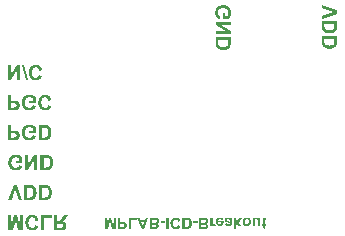
<source format=gbo>
G04*
G04 #@! TF.GenerationSoftware,Altium Limited,CircuitStudio,1.5.2 (30)*
G04*
G04 Layer_Color=13948096*
%FSLAX25Y25*%
%MOIN*%
G70*
G01*
G75*
G36*
X461879Y397794D02*
X461070D01*
X459599Y401575D01*
X460408D01*
X460720Y400716D01*
X462231D01*
X462563Y401575D01*
X463392D01*
X461879Y397794D01*
D02*
G37*
G36*
X502174Y401634D02*
X502230Y401631D01*
X502287Y401626D01*
X502339Y401619D01*
X502390Y401612D01*
X502437Y401602D01*
X502481Y401592D01*
X502521Y401582D01*
X502558Y401572D01*
X502592Y401565D01*
X502619Y401555D01*
X502644Y401548D01*
X502663Y401540D01*
X502676Y401535D01*
X502685Y401531D01*
X502688D01*
X502624Y400967D01*
X502558Y400989D01*
X502499Y401007D01*
X502449Y401019D01*
X502408Y401026D01*
X502376Y401031D01*
X502353Y401036D01*
X502334D01*
X502309Y401034D01*
X502284Y401031D01*
X502262Y401026D01*
X502245Y401019D01*
X502230Y401012D01*
X502221Y401007D01*
X502213Y401004D01*
X502211Y401002D01*
X502193Y400987D01*
X502181Y400972D01*
X502169Y400957D01*
X502162Y400943D01*
X502154Y400930D01*
X502149Y400920D01*
X502147Y400913D01*
Y400911D01*
X502144Y400896D01*
X502142Y400876D01*
X502139Y400854D01*
Y400824D01*
X502137Y400795D01*
X502135Y400761D01*
Y400692D01*
Y400660D01*
X502132Y400628D01*
Y400596D01*
Y400571D01*
Y400549D01*
Y400532D01*
Y400522D01*
Y400517D01*
Y399415D01*
X502627D01*
Y398837D01*
X502132D01*
Y397868D01*
X501404Y398291D01*
Y398837D01*
X501072D01*
Y399415D01*
X501404D01*
Y400608D01*
Y400677D01*
Y400741D01*
X501406Y400797D01*
X501409Y400849D01*
Y400896D01*
X501411Y400938D01*
X501414Y400975D01*
X501416Y401007D01*
X501419Y401036D01*
X501421Y401058D01*
X501424Y401078D01*
Y401093D01*
X501426Y401105D01*
X501429Y401112D01*
Y401117D01*
Y401120D01*
X501441Y401184D01*
X501455Y401238D01*
X501473Y401287D01*
X501490Y401326D01*
X501505Y401361D01*
X501517Y401383D01*
X501527Y401398D01*
X501529Y401400D01*
Y401403D01*
X501561Y401440D01*
X501596Y401472D01*
X501635Y401501D01*
X501672Y401526D01*
X501706Y401545D01*
X501736Y401560D01*
X501746Y401565D01*
X501753Y401570D01*
X501758Y401572D01*
X501761D01*
X501822Y401594D01*
X501884Y401609D01*
X501943Y401621D01*
X501997Y401629D01*
X502021Y401631D01*
X502043Y401634D01*
X502066D01*
X502083Y401636D01*
X502115D01*
X502174Y401634D01*
D02*
G37*
G36*
X431188Y401627D02*
X428656D01*
Y397475D01*
X427636D01*
Y402477D01*
X431188D01*
Y401627D01*
D02*
G37*
G36*
X472541Y401636D02*
X472647Y401626D01*
X472747Y401612D01*
X472843Y401592D01*
X472932Y401570D01*
X473015Y401543D01*
X473092Y401516D01*
X473161Y401489D01*
X473222Y401462D01*
X473276Y401435D01*
X473323Y401407D01*
X473362Y401385D01*
X473394Y401366D01*
X473416Y401351D01*
X473429Y401341D01*
X473434Y401339D01*
X473505Y401280D01*
X473571Y401213D01*
X473633Y401142D01*
X473690Y401068D01*
X473741Y400992D01*
X473788Y400915D01*
X473830Y400842D01*
X473867Y400768D01*
X473899Y400697D01*
X473926Y400633D01*
X473950Y400574D01*
X473970Y400522D01*
X473977Y400500D01*
X473985Y400480D01*
X473990Y400463D01*
X473994Y400448D01*
X473997Y400436D01*
X474000Y400428D01*
X474002Y400423D01*
Y400421D01*
X473261Y400185D01*
X473242Y400261D01*
X473220Y400330D01*
X473198Y400396D01*
X473170Y400456D01*
X473146Y400510D01*
X473119Y400561D01*
X473092Y400606D01*
X473067Y400645D01*
X473042Y400682D01*
X473020Y400711D01*
X472998Y400736D01*
X472981Y400758D01*
X472966Y400775D01*
X472954Y400785D01*
X472947Y400793D01*
X472944Y400795D01*
X472902Y400829D01*
X472858Y400859D01*
X472814Y400884D01*
X472769Y400906D01*
X472725Y400925D01*
X472683Y400940D01*
X472642Y400952D01*
X472602Y400962D01*
X472565Y400970D01*
X472531Y400977D01*
X472499Y400982D01*
X472474Y400984D01*
X472452D01*
X472435Y400987D01*
X472423D01*
X472346Y400984D01*
X472275Y400975D01*
X472206Y400960D01*
X472145Y400940D01*
X472083Y400915D01*
X472029Y400891D01*
X471977Y400864D01*
X471933Y400834D01*
X471891Y400807D01*
X471854Y400780D01*
X471825Y400753D01*
X471798Y400731D01*
X471778Y400711D01*
X471763Y400697D01*
X471754Y400687D01*
X471751Y400684D01*
X471707Y400623D01*
X471665Y400552D01*
X471630Y400478D01*
X471601Y400396D01*
X471576Y400313D01*
X471557Y400227D01*
X471539Y400141D01*
X471525Y400057D01*
X471515Y399978D01*
X471508Y399904D01*
X471500Y399836D01*
X471498Y399806D01*
Y399779D01*
X471495Y399752D01*
Y399730D01*
X471493Y399710D01*
Y399693D01*
Y399678D01*
Y399668D01*
Y399663D01*
Y399661D01*
X471495Y399538D01*
X471505Y399425D01*
X471517Y399319D01*
X471534Y399223D01*
X471554Y399134D01*
X471576Y399056D01*
X471598Y398982D01*
X471623Y398918D01*
X471648Y398864D01*
X471670Y398815D01*
X471692Y398775D01*
X471712Y398741D01*
X471729Y398716D01*
X471741Y398699D01*
X471751Y398687D01*
X471754Y398684D01*
X471805Y398630D01*
X471859Y398583D01*
X471913Y398544D01*
X471972Y398510D01*
X472029Y398480D01*
X472086Y398456D01*
X472142Y398436D01*
X472194Y398419D01*
X472246Y398406D01*
X472290Y398396D01*
X472332Y398392D01*
X472368Y398387D01*
X472398Y398384D01*
X472418Y398382D01*
X472437D01*
X472494Y398384D01*
X472548Y398389D01*
X472597Y398396D01*
X472647Y398409D01*
X472693Y398421D01*
X472735Y398436D01*
X472774Y398451D01*
X472811Y398465D01*
X472843Y398483D01*
X472870Y398497D01*
X472895Y398512D01*
X472917Y398524D01*
X472932Y398537D01*
X472944Y398544D01*
X472952Y398549D01*
X472954Y398552D01*
X472993Y398583D01*
X473028Y398620D01*
X473060Y398657D01*
X473089Y398697D01*
X473114Y398733D01*
X473136Y398773D01*
X473158Y398810D01*
X473175Y398847D01*
X473190Y398881D01*
X473202Y398913D01*
X473212Y398943D01*
X473220Y398967D01*
X473227Y398987D01*
X473232Y399004D01*
X473234Y399014D01*
Y399016D01*
X473990Y398837D01*
X473965Y398753D01*
X473936Y398677D01*
X473906Y398603D01*
X473876Y398537D01*
X473844Y398473D01*
X473812Y398416D01*
X473780Y398364D01*
X473748Y398318D01*
X473719Y398276D01*
X473692Y398239D01*
X473667Y398210D01*
X473645Y398183D01*
X473628Y398163D01*
X473616Y398150D01*
X473606Y398141D01*
X473603Y398138D01*
X473520Y398067D01*
X473431Y398003D01*
X473338Y397949D01*
X473244Y397902D01*
X473151Y397863D01*
X473057Y397828D01*
X472966Y397804D01*
X472878Y397781D01*
X472794Y397764D01*
X472720Y397752D01*
X472651Y397742D01*
X472619Y397740D01*
X472592Y397737D01*
X472565Y397735D01*
X472543Y397732D01*
X472523D01*
X472506Y397730D01*
X472477D01*
X472403Y397732D01*
X472332Y397735D01*
X472263Y397742D01*
X472194Y397752D01*
X472063Y397779D01*
X471940Y397811D01*
X471827Y397850D01*
X471722Y397895D01*
X471626Y397941D01*
X471537Y397991D01*
X471458Y398040D01*
X471424Y398062D01*
X471389Y398087D01*
X471360Y398109D01*
X471330Y398131D01*
X471306Y398150D01*
X471281Y398170D01*
X471262Y398187D01*
X471244Y398202D01*
X471227Y398217D01*
X471215Y398229D01*
X471205Y398239D01*
X471198Y398246D01*
X471195Y398249D01*
X471193Y398251D01*
X471148Y398301D01*
X471106Y398355D01*
X471067Y398409D01*
X471033Y398463D01*
X470998Y398522D01*
X470966Y398581D01*
X470912Y398702D01*
X470863Y398822D01*
X470824Y398945D01*
X470792Y399063D01*
X470767Y399179D01*
X470747Y399289D01*
X470738Y399341D01*
X470730Y399390D01*
X470725Y399437D01*
X470720Y399481D01*
X470715Y399523D01*
X470713Y399563D01*
X470710Y399597D01*
X470708Y399626D01*
Y399654D01*
X470706Y399676D01*
Y399693D01*
Y399708D01*
Y399715D01*
Y399717D01*
X470708Y399801D01*
X470710Y399880D01*
X470718Y399959D01*
X470725Y400035D01*
X470750Y400180D01*
X470782Y400313D01*
X470799Y400377D01*
X470819Y400438D01*
X470838Y400497D01*
X470858Y400554D01*
X470880Y400608D01*
X470902Y400660D01*
X470925Y400709D01*
X470949Y400756D01*
X470971Y400800D01*
X470993Y400842D01*
X471016Y400879D01*
X471038Y400915D01*
X471057Y400948D01*
X471077Y400977D01*
X471097Y401007D01*
X471114Y401031D01*
X471131Y401053D01*
X471146Y401070D01*
X471158Y401088D01*
X471171Y401100D01*
X471178Y401112D01*
X471185Y401120D01*
X471188Y401122D01*
X471190Y401125D01*
X471237Y401171D01*
X471284Y401216D01*
X471333Y401255D01*
X471384Y401294D01*
X471434Y401329D01*
X471485Y401363D01*
X471589Y401422D01*
X471694Y401472D01*
X471798Y401513D01*
X471896Y401548D01*
X471992Y401575D01*
X472083Y401594D01*
X472167Y401612D01*
X472204Y401617D01*
X472241Y401624D01*
X472275Y401626D01*
X472304Y401631D01*
X472332Y401634D01*
X472356Y401636D01*
X472378D01*
X472396Y401639D01*
X472430D01*
X472541Y401636D01*
D02*
G37*
G36*
X493480Y399838D02*
X494417Y398837D01*
X493525D01*
X492676Y399801D01*
Y397794D01*
X491950D01*
Y401575D01*
X492676D01*
Y400699D01*
X493013Y400345D01*
X493702Y401575D01*
X494484D01*
X493480Y399838D01*
D02*
G37*
G36*
X487298Y401634D02*
X487377Y401626D01*
X487451Y401617D01*
X487522Y401604D01*
X487589Y401587D01*
X487650Y401570D01*
X487707Y401553D01*
X487758Y401533D01*
X487805Y401513D01*
X487847Y401496D01*
X487881Y401476D01*
X487911Y401462D01*
X487935Y401449D01*
X487950Y401440D01*
X487962Y401432D01*
X487965Y401430D01*
X488019Y401388D01*
X488071Y401344D01*
X488117Y401297D01*
X488162Y401248D01*
X488201Y401198D01*
X488238Y401147D01*
X488270Y401098D01*
X488299Y401048D01*
X488324Y401004D01*
X488346Y400962D01*
X488363Y400923D01*
X488378Y400891D01*
X488390Y400861D01*
X488398Y400842D01*
X488403Y400829D01*
X488405Y400824D01*
X487684Y400704D01*
X487672Y400741D01*
X487660Y400775D01*
X487645Y400807D01*
X487633Y400837D01*
X487618Y400864D01*
X487603Y400888D01*
X487589Y400911D01*
X487574Y400930D01*
X487547Y400965D01*
X487527Y400987D01*
X487512Y400999D01*
X487510Y401004D01*
X487507D01*
X487463Y401034D01*
X487414Y401056D01*
X487367Y401073D01*
X487320Y401083D01*
X487281Y401090D01*
X487264Y401093D01*
X487252D01*
X487239Y401095D01*
X487222D01*
X487175Y401093D01*
X487131Y401088D01*
X487089Y401078D01*
X487050Y401068D01*
X487013Y401053D01*
X486978Y401039D01*
X486949Y401024D01*
X486919Y401007D01*
X486892Y400989D01*
X486870Y400975D01*
X486851Y400960D01*
X486833Y400945D01*
X486821Y400935D01*
X486811Y400925D01*
X486806Y400920D01*
X486804Y400918D01*
X486774Y400884D01*
X486747Y400844D01*
X486725Y400805D01*
X486705Y400763D01*
X486688Y400721D01*
X486676Y400679D01*
X486654Y400601D01*
X486646Y400561D01*
X486641Y400527D01*
X486636Y400497D01*
X486634Y400470D01*
X486632Y400448D01*
X486629Y400431D01*
Y400419D01*
Y400416D01*
X488445D01*
Y400340D01*
X488442Y400264D01*
X488440Y400192D01*
X488435Y400123D01*
X488427Y400057D01*
X488420Y399993D01*
X488410Y399932D01*
X488398Y399870D01*
X488385Y399814D01*
X488373Y399759D01*
X488358Y399708D01*
X488344Y399658D01*
X488329Y399612D01*
X488312Y399568D01*
X488280Y399484D01*
X488248Y399412D01*
X488216Y399351D01*
X488186Y399297D01*
X488159Y399255D01*
X488137Y399221D01*
X488120Y399199D01*
X488110Y399184D01*
X488105Y399179D01*
X488036Y399107D01*
X487962Y399046D01*
X487886Y398989D01*
X487805Y398945D01*
X487726Y398906D01*
X487645Y398871D01*
X487566Y398844D01*
X487490Y398825D01*
X487419Y398807D01*
X487352Y398795D01*
X487293Y398785D01*
X487242Y398780D01*
X487219Y398778D01*
X487200Y398775D01*
X487183D01*
X487168Y398773D01*
X487141D01*
X487042Y398778D01*
X486946Y398790D01*
X486855Y398807D01*
X486772Y398832D01*
X486691Y398861D01*
X486617Y398896D01*
X486548Y398930D01*
X486486Y398965D01*
X486432Y399002D01*
X486383Y399036D01*
X486339Y399071D01*
X486304Y399098D01*
X486277Y399122D01*
X486258Y399142D01*
X486245Y399154D01*
X486240Y399159D01*
X486179Y399235D01*
X486125Y399317D01*
X486076Y399400D01*
X486036Y399489D01*
X486002Y399577D01*
X485972Y399666D01*
X485950Y399754D01*
X485930Y399838D01*
X485916Y399917D01*
X485906Y399991D01*
X485896Y400057D01*
X485894Y400086D01*
X485891Y400114D01*
Y400138D01*
X485889Y400160D01*
Y400180D01*
X485886Y400197D01*
Y400210D01*
Y400219D01*
Y400224D01*
Y400227D01*
X485889Y400332D01*
X485898Y400431D01*
X485911Y400527D01*
X485928Y400615D01*
X485950Y400699D01*
X485972Y400775D01*
X485997Y400849D01*
X486022Y400913D01*
X486046Y400972D01*
X486071Y401024D01*
X486095Y401068D01*
X486115Y401105D01*
X486132Y401132D01*
X486144Y401154D01*
X486154Y401166D01*
X486157Y401171D01*
X486189Y401213D01*
X486226Y401253D01*
X486263Y401289D01*
X486300Y401324D01*
X486381Y401388D01*
X486467Y401440D01*
X486553Y401486D01*
X486641Y401523D01*
X486730Y401553D01*
X486814Y401577D01*
X486895Y401597D01*
X486971Y401612D01*
X487038Y401621D01*
X487069Y401626D01*
X487097Y401629D01*
X487124Y401631D01*
X487146Y401634D01*
X487165D01*
X487183Y401636D01*
X487215D01*
X487298Y401634D01*
D02*
G37*
G36*
X421335Y407436D02*
X420256D01*
X419020Y411168D01*
X417744Y407436D01*
X416642D01*
X418442Y412477D01*
X419528D01*
X421335Y407436D01*
D02*
G37*
G36*
X423969Y412474D02*
X424061Y412467D01*
X424150Y412461D01*
X424228Y412454D01*
X424304Y412444D01*
X424369Y412434D01*
X424432Y412425D01*
X424487Y412415D01*
X424533Y412405D01*
X424576Y412395D01*
X424609Y412389D01*
X424635Y412382D01*
X424655Y412375D01*
X424668Y412372D01*
X424671D01*
X424753Y412343D01*
X424832Y412313D01*
X424904Y412280D01*
X424973Y412247D01*
X425035Y412215D01*
X425094Y412182D01*
X425150Y412149D01*
X425196Y412116D01*
X425242Y412087D01*
X425278Y412057D01*
X425311Y412034D01*
X425337Y412011D01*
X425360Y411995D01*
X425373Y411978D01*
X425383Y411972D01*
X425386Y411969D01*
X425452Y411903D01*
X425511Y411831D01*
X425567Y411759D01*
X425619Y411687D01*
X425668Y411611D01*
X425711Y411539D01*
X425753Y411467D01*
X425790Y411395D01*
X425819Y411332D01*
X425849Y411270D01*
X425872Y411217D01*
X425891Y411172D01*
X425908Y411132D01*
X425918Y411103D01*
X425924Y411086D01*
X425927Y411080D01*
X425954Y410994D01*
X425980Y410903D01*
X426016Y410719D01*
X426046Y410542D01*
X426055Y410453D01*
X426062Y410371D01*
X426068Y410296D01*
X426075Y410224D01*
X426078Y410161D01*
Y410109D01*
X426082Y410063D01*
Y410030D01*
Y410020D01*
Y410010D01*
Y410007D01*
Y410004D01*
X426078Y409873D01*
X426075Y409748D01*
X426065Y409630D01*
X426055Y409518D01*
X426042Y409413D01*
X426029Y409315D01*
X426013Y409227D01*
X425999Y409141D01*
X425983Y409069D01*
X425967Y409003D01*
X425954Y408948D01*
X425941Y408899D01*
X425931Y408862D01*
X425921Y408836D01*
X425918Y408820D01*
X425914Y408813D01*
X425881Y408725D01*
X425845Y408639D01*
X425809Y408557D01*
X425770Y408482D01*
X425731Y408410D01*
X425691Y408344D01*
X425649Y408282D01*
X425612Y408223D01*
X425576Y408174D01*
X425540Y408128D01*
X425511Y408088D01*
X425485Y408056D01*
X425462Y408029D01*
X425445Y408013D01*
X425435Y408000D01*
X425432Y407997D01*
X425373Y407937D01*
X425311Y407882D01*
X425245Y407829D01*
X425180Y407783D01*
X425117Y407741D01*
X425055Y407701D01*
X424993Y407669D01*
X424937Y407639D01*
X424881Y407613D01*
X424832Y407590D01*
X424786Y407570D01*
X424750Y407557D01*
X424717Y407544D01*
X424694Y407537D01*
X424681Y407531D01*
X424674D01*
X424609Y407514D01*
X424537Y407498D01*
X424461Y407488D01*
X424386Y407475D01*
X424225Y407459D01*
X424146Y407452D01*
X424071Y407449D01*
X423999Y407442D01*
X423930Y407439D01*
X423871D01*
X423818Y407436D01*
X421854D01*
Y412477D01*
X423871D01*
X423969Y412474D01*
D02*
G37*
G36*
X429057D02*
X429148Y412467D01*
X429237Y412461D01*
X429316Y412454D01*
X429391Y412444D01*
X429457Y412434D01*
X429519Y412425D01*
X429575Y412415D01*
X429621Y412405D01*
X429663Y412395D01*
X429696Y412389D01*
X429722Y412382D01*
X429742Y412375D01*
X429755Y412372D01*
X429758D01*
X429840Y412343D01*
X429919Y412313D01*
X429991Y412280D01*
X430060Y412247D01*
X430123Y412215D01*
X430182Y412182D01*
X430237Y412149D01*
X430283Y412116D01*
X430329Y412087D01*
X430365Y412057D01*
X430398Y412034D01*
X430424Y412011D01*
X430447Y411995D01*
X430460Y411978D01*
X430470Y411972D01*
X430474Y411969D01*
X430539Y411903D01*
X430598Y411831D01*
X430654Y411759D01*
X430706Y411687D01*
X430756Y411611D01*
X430798Y411539D01*
X430841Y411467D01*
X430877Y411395D01*
X430906Y411332D01*
X430936Y411270D01*
X430959Y411217D01*
X430979Y411172D01*
X430995Y411132D01*
X431005Y411103D01*
X431011Y411086D01*
X431015Y411080D01*
X431041Y410994D01*
X431067Y410903D01*
X431103Y410719D01*
X431133Y410542D01*
X431143Y410453D01*
X431149Y410371D01*
X431156Y410296D01*
X431162Y410224D01*
X431166Y410161D01*
Y410109D01*
X431169Y410063D01*
Y410030D01*
Y410020D01*
Y410010D01*
Y410007D01*
Y410004D01*
X431166Y409873D01*
X431162Y409748D01*
X431152Y409630D01*
X431143Y409518D01*
X431130Y409413D01*
X431116Y409315D01*
X431100Y409227D01*
X431087Y409141D01*
X431070Y409069D01*
X431054Y409003D01*
X431041Y408948D01*
X431028Y408899D01*
X431018Y408862D01*
X431008Y408836D01*
X431005Y408820D01*
X431002Y408813D01*
X430969Y408725D01*
X430933Y408639D01*
X430897Y408557D01*
X430857Y408482D01*
X430818Y408410D01*
X430779Y408344D01*
X430736Y408282D01*
X430700Y408223D01*
X430664Y408174D01*
X430628Y408128D01*
X430598Y408088D01*
X430572Y408056D01*
X430549Y408029D01*
X430533Y408013D01*
X430523Y408000D01*
X430519Y407997D01*
X430460Y407937D01*
X430398Y407882D01*
X430332Y407829D01*
X430267Y407783D01*
X430204Y407741D01*
X430142Y407701D01*
X430080Y407669D01*
X430024Y407639D01*
X429968Y407613D01*
X429919Y407590D01*
X429873Y407570D01*
X429837Y407557D01*
X429804Y407544D01*
X429781Y407537D01*
X429768Y407531D01*
X429762D01*
X429696Y407514D01*
X429624Y407498D01*
X429549Y407488D01*
X429473Y407475D01*
X429312Y407459D01*
X429234Y407452D01*
X429158Y407449D01*
X429086Y407442D01*
X429017Y407439D01*
X428958D01*
X428906Y407436D01*
X426941D01*
Y412477D01*
X428958D01*
X429057Y412474D01*
D02*
G37*
G36*
X421513Y397436D02*
X419984D01*
X419079Y400876D01*
X418164Y397436D01*
X416642D01*
Y402477D01*
X417586D01*
Y398508D01*
X418583Y402477D01*
X419564D01*
X420565Y398508D01*
Y402477D01*
X421513D01*
Y397436D01*
D02*
G37*
G36*
X435833Y401496D02*
X435767Y401388D01*
X435705Y401293D01*
X435643Y401201D01*
X435590Y401119D01*
X435538Y401044D01*
X435489Y400978D01*
X435446Y400919D01*
X435407Y400863D01*
X435370Y400821D01*
X435341Y400781D01*
X435315Y400748D01*
X435292Y400722D01*
X435275Y400703D01*
X435262Y400686D01*
X435256Y400680D01*
X435252Y400676D01*
X435167Y400591D01*
X435079Y400512D01*
X434987Y400440D01*
X434902Y400378D01*
X434862Y400352D01*
X434823Y400325D01*
X434790Y400306D01*
X434764Y400286D01*
X434741Y400273D01*
X434721Y400263D01*
X434711Y400256D01*
X434708Y400253D01*
X434829Y400234D01*
X434941Y400207D01*
X435046Y400175D01*
X435144Y400142D01*
X435233Y400102D01*
X435315Y400063D01*
X435390Y400024D01*
X435456Y399984D01*
X435515Y399945D01*
X435564Y399909D01*
X435607Y399876D01*
X435643Y399847D01*
X435669Y399823D01*
X435689Y399804D01*
X435702Y399791D01*
X435705Y399787D01*
X435764Y399715D01*
X435817Y399640D01*
X435859Y399564D01*
X435899Y399486D01*
X435931Y399407D01*
X435958Y399328D01*
X435981Y399253D01*
X435997Y399181D01*
X436010Y399112D01*
X436023Y399049D01*
X436030Y398994D01*
X436033Y398944D01*
X436036Y398905D01*
X436040Y398876D01*
Y398856D01*
Y398849D01*
X436036Y398767D01*
X436030Y398689D01*
X436020Y398610D01*
X436007Y398538D01*
X435987Y398469D01*
X435971Y398403D01*
X435951Y398341D01*
X435931Y398285D01*
X435908Y398233D01*
X435889Y398190D01*
X435872Y398151D01*
X435856Y398118D01*
X435840Y398092D01*
X435830Y398072D01*
X435823Y398059D01*
X435820Y398056D01*
X435777Y397993D01*
X435731Y397934D01*
X435685Y397882D01*
X435636Y397833D01*
X435587Y397790D01*
X435538Y397751D01*
X435489Y397714D01*
X435443Y397685D01*
X435400Y397659D01*
X435361Y397636D01*
X435325Y397616D01*
X435295Y397600D01*
X435269Y397587D01*
X435249Y397580D01*
X435236Y397573D01*
X435233D01*
X435161Y397551D01*
X435079Y397528D01*
X434990Y397508D01*
X434895Y397495D01*
X434701Y397468D01*
X434603Y397459D01*
X434508Y397452D01*
X434419Y397446D01*
X434334Y397442D01*
X434259Y397439D01*
X434190D01*
X434160Y397436D01*
X431917D01*
Y402477D01*
X432934D01*
Y400375D01*
X433202D01*
X433261Y400378D01*
X433317Y400381D01*
X433370Y400384D01*
X433416Y400388D01*
X433455Y400391D01*
X433494Y400397D01*
X433527Y400401D01*
X433557Y400407D01*
X433583Y400414D01*
X433603Y400417D01*
X433622Y400421D01*
X433635Y400424D01*
X433645Y400427D01*
X433648Y400430D01*
X433652D01*
X433711Y400457D01*
X433770Y400486D01*
X433822Y400522D01*
X433868Y400555D01*
X433904Y400588D01*
X433934Y400614D01*
X433954Y400634D01*
X433960Y400637D01*
Y400640D01*
X433990Y400673D01*
X434026Y400716D01*
X434062Y400765D01*
X434104Y400821D01*
X434147Y400880D01*
X434193Y400942D01*
X434281Y401070D01*
X434324Y401129D01*
X434364Y401188D01*
X434400Y401240D01*
X434432Y401286D01*
X434459Y401326D01*
X434478Y401355D01*
X434491Y401375D01*
X434495Y401378D01*
Y401381D01*
X435233Y402477D01*
X436450D01*
X435833Y401496D01*
D02*
G37*
G36*
X424789Y402559D02*
X424930Y402546D01*
X425065Y402526D01*
X425193Y402500D01*
X425311Y402470D01*
X425422Y402434D01*
X425524Y402398D01*
X425616Y402362D01*
X425698Y402326D01*
X425770Y402290D01*
X425832Y402254D01*
X425885Y402224D01*
X425927Y402198D01*
X425957Y402179D01*
X425973Y402165D01*
X425980Y402162D01*
X426075Y402083D01*
X426164Y401995D01*
X426246Y401900D01*
X426321Y401801D01*
X426390Y401700D01*
X426452Y401598D01*
X426508Y401500D01*
X426557Y401401D01*
X426600Y401306D01*
X426636Y401221D01*
X426669Y401142D01*
X426695Y401073D01*
X426705Y401044D01*
X426715Y401017D01*
X426721Y400994D01*
X426728Y400975D01*
X426731Y400958D01*
X426734Y400949D01*
X426738Y400942D01*
Y400939D01*
X425750Y400624D01*
X425724Y400726D01*
X425695Y400817D01*
X425665Y400906D01*
X425629Y400985D01*
X425596Y401057D01*
X425560Y401126D01*
X425524Y401185D01*
X425491Y401237D01*
X425458Y401286D01*
X425429Y401326D01*
X425399Y401359D01*
X425376Y401388D01*
X425357Y401411D01*
X425340Y401424D01*
X425330Y401434D01*
X425327Y401437D01*
X425271Y401483D01*
X425212Y401523D01*
X425153Y401555D01*
X425094Y401585D01*
X425035Y401611D01*
X424979Y401631D01*
X424924Y401647D01*
X424871Y401660D01*
X424822Y401670D01*
X424776Y401680D01*
X424733Y401687D01*
X424701Y401690D01*
X424671D01*
X424648Y401693D01*
X424632D01*
X424530Y401690D01*
X424435Y401677D01*
X424343Y401657D01*
X424261Y401631D01*
X424179Y401598D01*
X424107Y401565D01*
X424038Y401529D01*
X423979Y401490D01*
X423923Y401454D01*
X423874Y401418D01*
X423835Y401381D01*
X423799Y401352D01*
X423772Y401326D01*
X423753Y401306D01*
X423740Y401293D01*
X423736Y401290D01*
X423677Y401208D01*
X423622Y401113D01*
X423576Y401014D01*
X423536Y400906D01*
X423503Y400794D01*
X423477Y400680D01*
X423454Y400565D01*
X423435Y400453D01*
X423421Y400348D01*
X423412Y400250D01*
X423402Y400158D01*
X423398Y400119D01*
Y400083D01*
X423395Y400047D01*
Y400017D01*
X423392Y399991D01*
Y399968D01*
Y399948D01*
Y399935D01*
Y399928D01*
Y399925D01*
X423395Y399761D01*
X423408Y399610D01*
X423425Y399469D01*
X423448Y399341D01*
X423474Y399223D01*
X423503Y399118D01*
X423533Y399020D01*
X423566Y398935D01*
X423599Y398863D01*
X423628Y398797D01*
X423658Y398744D01*
X423684Y398698D01*
X423707Y398666D01*
X423723Y398643D01*
X423736Y398626D01*
X423740Y398623D01*
X423808Y398551D01*
X423881Y398489D01*
X423953Y398436D01*
X424031Y398390D01*
X424107Y398351D01*
X424182Y398318D01*
X424258Y398292D01*
X424327Y398269D01*
X424396Y398252D01*
X424455Y398239D01*
X424510Y398233D01*
X424560Y398226D01*
X424599Y398223D01*
X424625Y398220D01*
X424651D01*
X424727Y398223D01*
X424799Y398229D01*
X424865Y398239D01*
X424930Y398256D01*
X424993Y398272D01*
X425048Y398292D01*
X425101Y398311D01*
X425150Y398331D01*
X425193Y398354D01*
X425229Y398374D01*
X425261Y398393D01*
X425291Y398410D01*
X425311Y398426D01*
X425327Y398436D01*
X425337Y398443D01*
X425340Y398446D01*
X425393Y398489D01*
X425439Y398538D01*
X425481Y398587D01*
X425521Y398639D01*
X425554Y398689D01*
X425583Y398741D01*
X425612Y398790D01*
X425635Y398839D01*
X425655Y398885D01*
X425672Y398928D01*
X425685Y398967D01*
X425695Y399000D01*
X425704Y399026D01*
X425711Y399049D01*
X425714Y399063D01*
Y399066D01*
X426721Y398826D01*
X426688Y398715D01*
X426649Y398613D01*
X426610Y398515D01*
X426570Y398426D01*
X426528Y398341D01*
X426485Y398266D01*
X426442Y398197D01*
X426400Y398134D01*
X426360Y398079D01*
X426324Y398029D01*
X426292Y397990D01*
X426262Y397954D01*
X426239Y397928D01*
X426223Y397911D01*
X426209Y397898D01*
X426206Y397895D01*
X426095Y397800D01*
X425977Y397714D01*
X425852Y397642D01*
X425727Y397580D01*
X425603Y397528D01*
X425478Y397482D01*
X425357Y397449D01*
X425239Y397419D01*
X425127Y397396D01*
X425029Y397380D01*
X424937Y397367D01*
X424894Y397363D01*
X424858Y397360D01*
X424822Y397357D01*
X424792Y397354D01*
X424766D01*
X424743Y397350D01*
X424704D01*
X424606Y397354D01*
X424510Y397357D01*
X424419Y397367D01*
X424327Y397380D01*
X424153Y397416D01*
X423989Y397459D01*
X423838Y397511D01*
X423697Y397570D01*
X423569Y397633D01*
X423451Y397698D01*
X423346Y397764D01*
X423300Y397793D01*
X423254Y397826D01*
X423215Y397855D01*
X423175Y397885D01*
X423143Y397911D01*
X423110Y397937D01*
X423084Y397960D01*
X423061Y397980D01*
X423038Y398000D01*
X423021Y398016D01*
X423008Y398029D01*
X422998Y398039D01*
X422995Y398042D01*
X422992Y398046D01*
X422933Y398111D01*
X422877Y398183D01*
X422824Y398256D01*
X422779Y398328D01*
X422733Y398407D01*
X422690Y398485D01*
X422618Y398646D01*
X422552Y398807D01*
X422500Y398971D01*
X422457Y399128D01*
X422424Y399282D01*
X422398Y399430D01*
X422385Y399499D01*
X422375Y399564D01*
X422369Y399627D01*
X422362Y399686D01*
X422356Y399742D01*
X422352Y399794D01*
X422349Y399840D01*
X422346Y399879D01*
Y399915D01*
X422342Y399945D01*
Y399968D01*
Y399988D01*
Y399997D01*
Y400001D01*
X422346Y400112D01*
X422349Y400217D01*
X422359Y400322D01*
X422369Y400424D01*
X422401Y400617D01*
X422444Y400794D01*
X422467Y400880D01*
X422493Y400962D01*
X422519Y401040D01*
X422546Y401116D01*
X422575Y401188D01*
X422605Y401257D01*
X422634Y401323D01*
X422667Y401385D01*
X422697Y401444D01*
X422726Y401500D01*
X422756Y401549D01*
X422785Y401598D01*
X422811Y401641D01*
X422838Y401680D01*
X422864Y401719D01*
X422887Y401752D01*
X422910Y401782D01*
X422929Y401805D01*
X422946Y401828D01*
X422962Y401844D01*
X422972Y401860D01*
X422982Y401870D01*
X422985Y401873D01*
X422989Y401877D01*
X423051Y401939D01*
X423113Y401998D01*
X423179Y402051D01*
X423248Y402103D01*
X423313Y402149D01*
X423382Y402195D01*
X423520Y402274D01*
X423661Y402339D01*
X423799Y402395D01*
X423930Y402441D01*
X424058Y402477D01*
X424179Y402503D01*
X424291Y402526D01*
X424340Y402533D01*
X424389Y402543D01*
X424435Y402546D01*
X424474Y402553D01*
X424510Y402556D01*
X424543Y402559D01*
X424573D01*
X424596Y402562D01*
X424642D01*
X424789Y402559D01*
D02*
G37*
G36*
X479808Y399843D02*
X478383D01*
Y400566D01*
X479808D01*
Y399843D01*
D02*
G37*
G36*
X476240Y401572D02*
X476309Y401567D01*
X476376Y401562D01*
X476435Y401558D01*
X476491Y401550D01*
X476541Y401543D01*
X476587Y401535D01*
X476629Y401528D01*
X476664Y401521D01*
X476696Y401513D01*
X476720Y401508D01*
X476740Y401504D01*
X476755Y401499D01*
X476764Y401496D01*
X476767D01*
X476828Y401474D01*
X476888Y401452D01*
X476942Y401427D01*
X476993Y401403D01*
X477040Y401378D01*
X477084Y401353D01*
X477126Y401329D01*
X477161Y401304D01*
X477195Y401282D01*
X477222Y401260D01*
X477247Y401243D01*
X477266Y401226D01*
X477284Y401213D01*
X477293Y401201D01*
X477301Y401196D01*
X477303Y401194D01*
X477352Y401144D01*
X477397Y401090D01*
X477438Y401036D01*
X477478Y400982D01*
X477515Y400925D01*
X477547Y400871D01*
X477579Y400817D01*
X477606Y400763D01*
X477628Y400716D01*
X477650Y400669D01*
X477667Y400630D01*
X477682Y400596D01*
X477694Y400566D01*
X477702Y400544D01*
X477707Y400532D01*
X477709Y400527D01*
X477729Y400463D01*
X477748Y400394D01*
X477776Y400256D01*
X477798Y400123D01*
X477805Y400057D01*
X477810Y399995D01*
X477815Y399939D01*
X477820Y399885D01*
X477822Y399838D01*
Y399799D01*
X477825Y399764D01*
Y399740D01*
Y399732D01*
Y399725D01*
Y399722D01*
Y399720D01*
X477822Y399622D01*
X477820Y399528D01*
X477812Y399440D01*
X477805Y399356D01*
X477795Y399277D01*
X477785Y399203D01*
X477773Y399137D01*
X477763Y399073D01*
X477751Y399019D01*
X477739Y398970D01*
X477729Y398928D01*
X477719Y398891D01*
X477712Y398864D01*
X477704Y398844D01*
X477702Y398832D01*
X477699Y398827D01*
X477675Y398761D01*
X477648Y398697D01*
X477621Y398635D01*
X477591Y398579D01*
X477562Y398524D01*
X477532Y398475D01*
X477500Y398429D01*
X477473Y398384D01*
X477446Y398347D01*
X477419Y398313D01*
X477397Y398283D01*
X477377Y398259D01*
X477360Y398239D01*
X477348Y398227D01*
X477340Y398217D01*
X477338Y398214D01*
X477293Y398170D01*
X477247Y398128D01*
X477198Y398089D01*
X477148Y398055D01*
X477102Y398023D01*
X477055Y397993D01*
X477008Y397968D01*
X476966Y397946D01*
X476924Y397927D01*
X476888Y397909D01*
X476853Y397895D01*
X476826Y397885D01*
X476801Y397875D01*
X476784Y397870D01*
X476774Y397865D01*
X476769D01*
X476720Y397853D01*
X476666Y397840D01*
X476610Y397833D01*
X476553Y397823D01*
X476432Y397811D01*
X476373Y397806D01*
X476317Y397804D01*
X476263Y397799D01*
X476211Y397796D01*
X476167D01*
X476127Y397794D01*
X474654D01*
Y401575D01*
X476167D01*
X476240Y401572D01*
D02*
G37*
G36*
X481712D02*
X481825D01*
X481876Y401570D01*
X481972D01*
X482017Y401567D01*
X482058D01*
X482095Y401565D01*
X482132D01*
X482199Y401562D01*
X482255Y401560D01*
X482302Y401558D01*
X482344D01*
X482376Y401555D01*
X482400Y401553D01*
X482420D01*
X482432Y401550D01*
X482442D01*
X482499Y401543D01*
X482550Y401533D01*
X482602Y401521D01*
X482649Y401508D01*
X482696Y401494D01*
X482737Y401479D01*
X482774Y401462D01*
X482811Y401447D01*
X482843Y401432D01*
X482870Y401417D01*
X482895Y401405D01*
X482914Y401393D01*
X482929Y401385D01*
X482942Y401378D01*
X482949Y401373D01*
X482951Y401371D01*
X483025Y401312D01*
X483092Y401248D01*
X483148Y401184D01*
X483195Y401122D01*
X483215Y401093D01*
X483232Y401066D01*
X483247Y401043D01*
X483259Y401021D01*
X483269Y401004D01*
X483276Y400992D01*
X483279Y400984D01*
X483281Y400982D01*
X483303Y400935D01*
X483320Y400891D01*
X483338Y400844D01*
X483350Y400800D01*
X483372Y400716D01*
X483379Y400677D01*
X483387Y400640D01*
X483392Y400606D01*
X483394Y400574D01*
X483399Y400547D01*
Y400524D01*
X483402Y400505D01*
Y400492D01*
Y400483D01*
Y400480D01*
X483399Y400419D01*
X483394Y400362D01*
X483384Y400306D01*
X483372Y400254D01*
X483357Y400202D01*
X483343Y400155D01*
X483325Y400111D01*
X483308Y400072D01*
X483291Y400035D01*
X483274Y400003D01*
X483259Y399976D01*
X483244Y399954D01*
X483232Y399934D01*
X483222Y399919D01*
X483217Y399912D01*
X483215Y399909D01*
X483178Y399865D01*
X483138Y399826D01*
X483097Y399786D01*
X483055Y399752D01*
X483010Y399722D01*
X482966Y399693D01*
X482922Y399668D01*
X482880Y399646D01*
X482841Y399626D01*
X482804Y399609D01*
X482769Y399594D01*
X482740Y399585D01*
X482718Y399575D01*
X482698Y399570D01*
X482688Y399565D01*
X482683D01*
X482727Y399543D01*
X482772Y399518D01*
X482811Y399494D01*
X482848Y399467D01*
X482882Y399440D01*
X482914Y399410D01*
X482944Y399383D01*
X482971Y399358D01*
X482993Y399331D01*
X483013Y399309D01*
X483033Y399287D01*
X483045Y399270D01*
X483057Y399255D01*
X483065Y399243D01*
X483070Y399235D01*
X483072Y399233D01*
X483097Y399191D01*
X483119Y399149D01*
X483138Y399105D01*
X483156Y399063D01*
X483168Y399021D01*
X483180Y398982D01*
X483190Y398943D01*
X483197Y398906D01*
X483202Y398871D01*
X483207Y398842D01*
X483210Y398815D01*
X483212Y398790D01*
X483215Y398773D01*
Y398758D01*
Y398748D01*
Y398746D01*
Y398699D01*
X483210Y398657D01*
X483197Y398574D01*
X483178Y398497D01*
X483168Y398463D01*
X483158Y398431D01*
X483146Y398404D01*
X483136Y398379D01*
X483126Y398357D01*
X483116Y398337D01*
X483109Y398323D01*
X483104Y398313D01*
X483102Y398306D01*
X483099Y398303D01*
X483052Y398232D01*
X483006Y398170D01*
X482956Y398116D01*
X482910Y398072D01*
X482870Y398035D01*
X482853Y398023D01*
X482838Y398010D01*
X482826Y398000D01*
X482816Y397993D01*
X482811Y397991D01*
X482809Y397988D01*
X482742Y397946D01*
X482673Y397912D01*
X482607Y397885D01*
X482546Y397865D01*
X482518Y397855D01*
X482491Y397848D01*
X482469Y397843D01*
X482450Y397838D01*
X482435Y397836D01*
X482422Y397833D01*
X482415Y397831D01*
X482413D01*
X482368Y397823D01*
X482322Y397818D01*
X482270Y397814D01*
X482216Y397809D01*
X482105Y397804D01*
X482049Y397801D01*
X481997Y397799D01*
X481945Y397796D01*
X481898D01*
X481854Y397794D01*
X480233D01*
Y401575D01*
X481650D01*
X481712Y401572D01*
D02*
G37*
G36*
X459439Y400938D02*
X457540D01*
Y397823D01*
X456775D01*
Y401575D01*
X459439D01*
Y400938D01*
D02*
G37*
G36*
X453992Y400148D02*
X454585D01*
X454674Y400146D01*
X454757Y400143D01*
X454834Y400141D01*
X454905Y400136D01*
X454969Y400131D01*
X455028Y400126D01*
X455082Y400121D01*
X455129Y400116D01*
X455171Y400111D01*
X455205Y400106D01*
X455232Y400101D01*
X455254Y400099D01*
X455271Y400096D01*
X455281Y400094D01*
X455284D01*
X455358Y400074D01*
X455429Y400050D01*
X455495Y400020D01*
X455554Y399991D01*
X455581Y399976D01*
X455606Y399961D01*
X455626Y399949D01*
X455643Y399939D01*
X455658Y399929D01*
X455667Y399922D01*
X455675Y399919D01*
X455677Y399917D01*
X455749Y399863D01*
X455810Y399801D01*
X455867Y399740D01*
X455913Y399681D01*
X455933Y399654D01*
X455950Y399626D01*
X455965Y399604D01*
X455977Y399585D01*
X455987Y399568D01*
X455995Y399555D01*
X455997Y399548D01*
X456000Y399545D01*
X456022Y399499D01*
X456041Y399452D01*
X456059Y399403D01*
X456073Y399353D01*
X456096Y399255D01*
X456105Y399206D01*
X456113Y399162D01*
X456118Y399120D01*
X456120Y399080D01*
X456123Y399046D01*
X456125Y399016D01*
X456128Y398992D01*
Y398972D01*
Y398962D01*
Y398957D01*
X456125Y398874D01*
X456118Y398795D01*
X456108Y398721D01*
X456093Y398652D01*
X456076Y398586D01*
X456059Y398527D01*
X456037Y398470D01*
X456017Y398419D01*
X455997Y398374D01*
X455977Y398335D01*
X455958Y398301D01*
X455941Y398273D01*
X455926Y398251D01*
X455916Y398234D01*
X455909Y398224D01*
X455906Y398222D01*
X455864Y398170D01*
X455820Y398123D01*
X455776Y398082D01*
X455729Y398042D01*
X455682Y398010D01*
X455638Y397978D01*
X455594Y397951D01*
X455552Y397929D01*
X455513Y397909D01*
X455476Y397892D01*
X455444Y397880D01*
X455417Y397868D01*
X455395Y397860D01*
X455377Y397855D01*
X455367Y397850D01*
X455363D01*
X455340Y397845D01*
X455318Y397840D01*
X455262Y397831D01*
X455200Y397823D01*
X455131Y397818D01*
X455057Y397811D01*
X454981Y397809D01*
X454905Y397804D01*
X454829Y397801D01*
X454755Y397799D01*
X454686Y397796D01*
X454622D01*
X454568Y397794D01*
X453230D01*
Y401575D01*
X453992D01*
Y400148D01*
D02*
G37*
G36*
X465279Y401572D02*
X465392D01*
X465444Y401570D01*
X465540D01*
X465584Y401567D01*
X465626D01*
X465662Y401565D01*
X465699D01*
X465766Y401562D01*
X465822Y401560D01*
X465869Y401558D01*
X465911D01*
X465943Y401555D01*
X465968Y401553D01*
X465987D01*
X466000Y401550D01*
X466009D01*
X466066Y401543D01*
X466118Y401533D01*
X466169Y401521D01*
X466216Y401508D01*
X466263Y401494D01*
X466305Y401479D01*
X466341Y401462D01*
X466378Y401447D01*
X466410Y401432D01*
X466437Y401417D01*
X466462Y401405D01*
X466482Y401393D01*
X466497Y401385D01*
X466509Y401378D01*
X466516Y401373D01*
X466519Y401371D01*
X466592Y401312D01*
X466659Y401248D01*
X466715Y401184D01*
X466762Y401122D01*
X466782Y401093D01*
X466799Y401066D01*
X466814Y401043D01*
X466826Y401021D01*
X466836Y401004D01*
X466843Y400992D01*
X466846Y400984D01*
X466848Y400982D01*
X466870Y400935D01*
X466888Y400891D01*
X466905Y400844D01*
X466917Y400800D01*
X466939Y400716D01*
X466947Y400677D01*
X466954Y400640D01*
X466959Y400606D01*
X466961Y400574D01*
X466966Y400547D01*
Y400524D01*
X466969Y400505D01*
Y400492D01*
Y400483D01*
Y400480D01*
X466966Y400419D01*
X466961Y400362D01*
X466952Y400306D01*
X466939Y400254D01*
X466924Y400202D01*
X466910Y400155D01*
X466892Y400111D01*
X466875Y400072D01*
X466858Y400035D01*
X466841Y400003D01*
X466826Y399976D01*
X466811Y399954D01*
X466799Y399934D01*
X466789Y399919D01*
X466784Y399912D01*
X466782Y399909D01*
X466745Y399865D01*
X466706Y399826D01*
X466664Y399786D01*
X466622Y399752D01*
X466578Y399722D01*
X466533Y399693D01*
X466489Y399668D01*
X466447Y399646D01*
X466408Y399626D01*
X466371Y399609D01*
X466337Y399594D01*
X466307Y399585D01*
X466285Y399575D01*
X466265Y399570D01*
X466255Y399565D01*
X466251D01*
X466295Y399543D01*
X466339Y399518D01*
X466378Y399494D01*
X466415Y399467D01*
X466450Y399440D01*
X466482Y399410D01*
X466511Y399383D01*
X466538Y399358D01*
X466560Y399331D01*
X466580Y399309D01*
X466600Y399287D01*
X466612Y399270D01*
X466624Y399255D01*
X466632Y399243D01*
X466637Y399235D01*
X466639Y399233D01*
X466664Y399191D01*
X466686Y399149D01*
X466706Y399105D01*
X466723Y399063D01*
X466735Y399021D01*
X466747Y398982D01*
X466757Y398943D01*
X466765Y398906D01*
X466770Y398871D01*
X466774Y398842D01*
X466777Y398815D01*
X466779Y398790D01*
X466782Y398773D01*
Y398758D01*
Y398748D01*
Y398746D01*
Y398699D01*
X466777Y398657D01*
X466765Y398574D01*
X466745Y398497D01*
X466735Y398463D01*
X466725Y398431D01*
X466713Y398404D01*
X466703Y398379D01*
X466693Y398357D01*
X466683Y398337D01*
X466676Y398323D01*
X466671Y398313D01*
X466669Y398306D01*
X466666Y398303D01*
X466619Y398232D01*
X466573Y398170D01*
X466524Y398116D01*
X466477Y398072D01*
X466437Y398035D01*
X466420Y398023D01*
X466405Y398010D01*
X466393Y398000D01*
X466383Y397993D01*
X466378Y397991D01*
X466376Y397988D01*
X466309Y397946D01*
X466241Y397912D01*
X466174Y397885D01*
X466113Y397865D01*
X466086Y397855D01*
X466059Y397848D01*
X466036Y397843D01*
X466017Y397838D01*
X466002Y397836D01*
X465990Y397833D01*
X465982Y397831D01*
X465980D01*
X465936Y397823D01*
X465889Y397818D01*
X465837Y397814D01*
X465783Y397809D01*
X465672Y397804D01*
X465616Y397801D01*
X465564Y397799D01*
X465513Y397796D01*
X465466D01*
X465421Y397794D01*
X463800D01*
Y401575D01*
X465217D01*
X465279Y401572D01*
D02*
G37*
G36*
X470113Y397794D02*
X469348D01*
Y401575D01*
X470113D01*
Y397794D01*
D02*
G37*
G36*
X499091Y401634D02*
X499141Y401631D01*
X499234Y401617D01*
X499278Y401607D01*
X499323Y401597D01*
X499362Y401585D01*
X499399Y401572D01*
X499433Y401562D01*
X499463Y401550D01*
X499490Y401540D01*
X499512Y401531D01*
X499529Y401523D01*
X499544Y401516D01*
X499551Y401513D01*
X499554Y401511D01*
X499640Y401459D01*
X499682Y401432D01*
X499719Y401405D01*
X499753Y401376D01*
X499785Y401346D01*
X499815Y401319D01*
X499842Y401292D01*
X499866Y401265D01*
X499889Y401243D01*
X499906Y401221D01*
X499921Y401203D01*
X499933Y401189D01*
X499940Y401176D01*
X499945Y401169D01*
X499948Y401166D01*
Y401575D01*
X500622D01*
Y398837D01*
X499896D01*
Y399993D01*
Y400047D01*
Y400099D01*
X499893Y400148D01*
Y400192D01*
X499891Y400278D01*
X499889Y400357D01*
X499884Y400423D01*
X499879Y400485D01*
X499874Y400537D01*
X499869Y400583D01*
X499864Y400620D01*
X499859Y400652D01*
X499854Y400679D01*
X499849Y400699D01*
X499847Y400714D01*
X499844Y400724D01*
X499842Y400729D01*
Y400731D01*
X499817Y400785D01*
X499788Y400834D01*
X499753Y400876D01*
X499721Y400913D01*
X499689Y400943D01*
X499665Y400965D01*
X499655Y400975D01*
X499647Y400980D01*
X499643Y400982D01*
X499640Y400984D01*
X499583Y401019D01*
X499527Y401043D01*
X499470Y401061D01*
X499419Y401073D01*
X499374Y401080D01*
X499355Y401083D01*
X499340D01*
X499325Y401085D01*
X499308D01*
X499249Y401083D01*
X499197Y401073D01*
X499153Y401061D01*
X499114Y401046D01*
X499082Y401034D01*
X499059Y401021D01*
X499045Y401012D01*
X499042Y401009D01*
X499040D01*
X499003Y400977D01*
X498973Y400945D01*
X498946Y400911D01*
X498927Y400876D01*
X498912Y400847D01*
X498900Y400824D01*
X498897Y400815D01*
X498895Y400807D01*
X498892Y400805D01*
Y400802D01*
X498890Y400788D01*
X498885Y400773D01*
X498880Y400734D01*
X498875Y400689D01*
X498870Y400638D01*
X498865Y400581D01*
X498863Y400522D01*
X498858Y400399D01*
X498855Y400340D01*
Y400283D01*
Y400232D01*
X498853Y400187D01*
Y400148D01*
Y400133D01*
Y400118D01*
Y400109D01*
Y400101D01*
Y400096D01*
Y400094D01*
Y398837D01*
X498127D01*
Y400569D01*
Y400640D01*
X498132Y400706D01*
X498137Y400768D01*
X498142Y400827D01*
X498149Y400881D01*
X498159Y400933D01*
X498167Y400977D01*
X498176Y401019D01*
X498186Y401056D01*
X498194Y401085D01*
X498203Y401115D01*
X498211Y401137D01*
X498216Y401154D01*
X498221Y401166D01*
X498225Y401174D01*
Y401176D01*
X498245Y401216D01*
X498267Y401253D01*
X498317Y401321D01*
X498344Y401351D01*
X498368Y401380D01*
X498395Y401405D01*
X498422Y401427D01*
X498445Y401449D01*
X498469Y401467D01*
X498489Y401481D01*
X498508Y401494D01*
X498523Y401504D01*
X498533Y401511D01*
X498540Y401513D01*
X498543Y401516D01*
X498585Y401538D01*
X498627Y401555D01*
X498671Y401572D01*
X498713Y401585D01*
X498796Y401607D01*
X498836Y401614D01*
X498873Y401621D01*
X498909Y401626D01*
X498941Y401629D01*
X498969Y401631D01*
X498993Y401634D01*
X499013Y401636D01*
X499040D01*
X499091Y401634D01*
D02*
G37*
G36*
X489844Y401631D02*
X489928Y401621D01*
X490004Y401609D01*
X490041Y401599D01*
X490073Y401592D01*
X490103Y401585D01*
X490130Y401575D01*
X490152Y401567D01*
X490171Y401562D01*
X490186Y401555D01*
X490199Y401553D01*
X490206Y401548D01*
X490208D01*
X490287Y401511D01*
X490358Y401467D01*
X490427Y401422D01*
X490457Y401400D01*
X490486Y401378D01*
X490511Y401358D01*
X490536Y401339D01*
X490555Y401321D01*
X490573Y401307D01*
X490587Y401294D01*
X490597Y401285D01*
X490602Y401280D01*
X490604Y401277D01*
X490609Y401287D01*
X490612Y401299D01*
X490622Y401326D01*
X490627Y401339D01*
X490629Y401351D01*
X490631Y401358D01*
Y401361D01*
X490646Y401410D01*
X490661Y401454D01*
X490671Y401491D01*
X490681Y401521D01*
X490691Y401545D01*
X490695Y401562D01*
X490700Y401572D01*
Y401575D01*
X491419D01*
X491387Y401504D01*
X491357Y401435D01*
X491335Y401373D01*
X491318Y401319D01*
X491311Y401294D01*
X491306Y401272D01*
X491298Y401255D01*
X491296Y401238D01*
X491293Y401226D01*
X491291Y401216D01*
X491288Y401211D01*
Y401208D01*
X491283Y401174D01*
X491276Y401137D01*
X491274Y401095D01*
X491269Y401053D01*
X491261Y400965D01*
X491259Y400876D01*
X491256Y400837D01*
Y400797D01*
X491254Y400763D01*
Y400734D01*
Y400709D01*
Y400689D01*
Y400679D01*
Y400674D01*
X491261Y399828D01*
Y399742D01*
X491256Y399666D01*
X491251Y399592D01*
X491247Y399528D01*
X491239Y399469D01*
X491229Y399415D01*
X491222Y399368D01*
X491212Y399326D01*
X491202Y399292D01*
X491195Y399262D01*
X491185Y399235D01*
X491178Y399216D01*
X491173Y399201D01*
X491168Y399189D01*
X491163Y399184D01*
Y399181D01*
X491143Y399149D01*
X491121Y399117D01*
X491069Y399061D01*
X491015Y399011D01*
X490959Y398967D01*
X490909Y398935D01*
X490887Y398920D01*
X490868Y398908D01*
X490850Y398901D01*
X490838Y398893D01*
X490831Y398891D01*
X490828Y398888D01*
X490782Y398869D01*
X490730Y398849D01*
X490673Y398834D01*
X490617Y398822D01*
X490496Y398800D01*
X490437Y398793D01*
X490381Y398788D01*
X490324Y398783D01*
X490272Y398778D01*
X490228Y398775D01*
X490186D01*
X490154Y398773D01*
X490107D01*
X490012Y398775D01*
X489921Y398780D01*
X489834Y398790D01*
X489756Y398802D01*
X489684Y398817D01*
X489618Y398834D01*
X489559Y398852D01*
X489505Y398869D01*
X489458Y398886D01*
X489416Y398903D01*
X489382Y398920D01*
X489355Y398935D01*
X489333Y398948D01*
X489315Y398957D01*
X489306Y398962D01*
X489303Y398965D01*
X489254Y399004D01*
X489210Y399046D01*
X489168Y399090D01*
X489128Y399137D01*
X489094Y399186D01*
X489062Y399235D01*
X489035Y399285D01*
X489010Y399331D01*
X488988Y399376D01*
X488969Y399417D01*
X488954Y399454D01*
X488941Y399489D01*
X488932Y399516D01*
X488924Y399535D01*
X488922Y399548D01*
X488919Y399553D01*
X489579Y399671D01*
X489591Y399636D01*
X489606Y399604D01*
X489620Y399575D01*
X489635Y399550D01*
X489662Y399503D01*
X489692Y399467D01*
X489716Y399440D01*
X489736Y399420D01*
X489748Y399408D01*
X489753Y399405D01*
X489798Y399380D01*
X489847Y399361D01*
X489896Y399348D01*
X489945Y399339D01*
X489990Y399334D01*
X490007Y399331D01*
X490024Y399329D01*
X490107D01*
X490154Y399334D01*
X490199Y399336D01*
X490238Y399344D01*
X490272Y399348D01*
X490304Y399356D01*
X490331Y399366D01*
X490358Y399373D01*
X490378Y399380D01*
X490398Y399390D01*
X490413Y399398D01*
X490425Y399403D01*
X490432Y399410D01*
X490440Y399412D01*
X490445Y399417D01*
X490462Y399435D01*
X490479Y399457D01*
X490504Y399501D01*
X490523Y399550D01*
X490536Y399599D01*
X490543Y399644D01*
X490545Y399663D01*
Y399681D01*
X490548Y399695D01*
Y399705D01*
Y399713D01*
Y399715D01*
Y399789D01*
X490509Y399804D01*
X490462Y399821D01*
X490410Y399836D01*
X490356Y399850D01*
X490299Y399865D01*
X490240Y399880D01*
X490122Y399907D01*
X490068Y399919D01*
X490017Y399932D01*
X489967Y399941D01*
X489928Y399949D01*
X489893Y399956D01*
X489866Y399961D01*
X489857Y399963D01*
X489849Y399966D01*
X489844D01*
X489775Y399981D01*
X489712Y399993D01*
X489652Y400008D01*
X489596Y400023D01*
X489544Y400037D01*
X489495Y400052D01*
X489453Y400064D01*
X489414Y400077D01*
X489379Y400089D01*
X489350Y400101D01*
X489325Y400111D01*
X489303Y400118D01*
X489288Y400126D01*
X489276Y400131D01*
X489269Y400136D01*
X489266D01*
X489195Y400175D01*
X489133Y400219D01*
X489082Y400266D01*
X489037Y400310D01*
X489003Y400350D01*
X488988Y400369D01*
X488976Y400384D01*
X488969Y400396D01*
X488961Y400406D01*
X488959Y400411D01*
X488956Y400414D01*
X488937Y400448D01*
X488919Y400483D01*
X488892Y400554D01*
X488873Y400625D01*
X488860Y400689D01*
X488855Y400719D01*
X488850Y400743D01*
X488848Y400768D01*
Y400788D01*
X488846Y400805D01*
Y400817D01*
Y400824D01*
Y400827D01*
X488848Y400891D01*
X488855Y400952D01*
X488868Y401012D01*
X488885Y401066D01*
X488902Y401117D01*
X488922Y401164D01*
X488944Y401208D01*
X488969Y401250D01*
X488991Y401285D01*
X489013Y401316D01*
X489033Y401344D01*
X489052Y401366D01*
X489067Y401383D01*
X489079Y401398D01*
X489087Y401405D01*
X489089Y401407D01*
X489136Y401447D01*
X489187Y401484D01*
X489242Y401513D01*
X489296Y401540D01*
X489352Y401562D01*
X489406Y401580D01*
X489461Y401594D01*
X489515Y401607D01*
X489564Y401617D01*
X489608Y401624D01*
X489650Y401629D01*
X489687Y401634D01*
X489716D01*
X489736Y401636D01*
X489756D01*
X489844Y401631D01*
D02*
G37*
G36*
X468949Y399843D02*
X467525D01*
Y400566D01*
X468949D01*
Y399843D01*
D02*
G37*
G36*
X452472Y397794D02*
X451326D01*
X450647Y400374D01*
X449960Y397794D01*
X448819D01*
Y401575D01*
X449527D01*
Y398598D01*
X450275Y401575D01*
X451011D01*
X451761Y398598D01*
Y401575D01*
X452472D01*
Y397794D01*
D02*
G37*
G36*
X484735Y400729D02*
Y400665D01*
Y400603D01*
X484737Y400544D01*
Y400488D01*
X484740Y400436D01*
Y400384D01*
X484742Y400335D01*
X484745Y400291D01*
X484750Y400207D01*
X484755Y400131D01*
X484760Y400064D01*
X484764Y400008D01*
X484769Y399959D01*
X484774Y399917D01*
X484779Y399882D01*
X484784Y399855D01*
X484789Y399836D01*
X484792Y399821D01*
X484794Y399814D01*
Y399811D01*
X484806Y399772D01*
X484819Y399735D01*
X484833Y399703D01*
X484846Y399671D01*
X484860Y399644D01*
X484875Y399619D01*
X484887Y399597D01*
X484900Y399577D01*
X484912Y399560D01*
X484924Y399545D01*
X484944Y399526D01*
X484956Y399513D01*
X484961Y399508D01*
X485003Y399481D01*
X485047Y399459D01*
X485089Y399445D01*
X485131Y399435D01*
X485165Y399430D01*
X485195Y399425D01*
X485219D01*
X485249Y399427D01*
X485279Y399430D01*
X485340Y399442D01*
X485397Y399462D01*
X485448Y399484D01*
X485493Y399506D01*
X485512Y399516D01*
X485527Y399523D01*
X485542Y399533D01*
X485552Y399538D01*
X485557Y399540D01*
X485559Y399543D01*
X485785Y398911D01*
X485741Y398886D01*
X485699Y398864D01*
X485655Y398847D01*
X485613Y398832D01*
X485532Y398807D01*
X485495Y398797D01*
X485461Y398790D01*
X485429Y398785D01*
X485399Y398780D01*
X485372Y398778D01*
X485350Y398775D01*
X485333Y398773D01*
X485308D01*
X485244Y398778D01*
X485185Y398788D01*
X485131Y398800D01*
X485084Y398817D01*
X485047Y398834D01*
X485030Y398842D01*
X485018Y398847D01*
X485008Y398854D01*
X485001Y398856D01*
X484996Y398861D01*
X484993D01*
X484966Y398881D01*
X484941Y398903D01*
X484914Y398928D01*
X484887Y398955D01*
X484836Y399016D01*
X484787Y399076D01*
X484745Y399134D01*
X484727Y399159D01*
X484713Y399181D01*
X484700Y399199D01*
X484691Y399213D01*
X484686Y399223D01*
X484683Y399225D01*
Y398837D01*
X484009D01*
Y401575D01*
X484735D01*
Y400729D01*
D02*
G37*
G36*
X496277Y401631D02*
X496383Y401619D01*
X496484Y401599D01*
X496580Y401572D01*
X496668Y401540D01*
X496752Y401506D01*
X496828Y401469D01*
X496900Y401432D01*
X496961Y401393D01*
X497015Y401356D01*
X497064Y401321D01*
X497104Y401292D01*
X497133Y401265D01*
X497158Y401245D01*
X497170Y401233D01*
X497175Y401228D01*
X497247Y401149D01*
X497308Y401066D01*
X497362Y400982D01*
X497406Y400893D01*
X497446Y400807D01*
X497478Y400721D01*
X497505Y400640D01*
X497527Y400559D01*
X497542Y400485D01*
X497554Y400416D01*
X497564Y400355D01*
X497569Y400301D01*
X497571Y400278D01*
X497574Y400256D01*
Y400239D01*
X497576Y400224D01*
Y400212D01*
Y400205D01*
Y400200D01*
Y400197D01*
X497571Y400084D01*
X497559Y399976D01*
X497539Y399875D01*
X497515Y399779D01*
X497483Y399688D01*
X497451Y399604D01*
X497414Y399528D01*
X497377Y399457D01*
X497340Y399395D01*
X497303Y399339D01*
X497271Y399292D01*
X497239Y399250D01*
X497215Y399221D01*
X497195Y399199D01*
X497183Y399184D01*
X497178Y399179D01*
X497101Y399107D01*
X497020Y399046D01*
X496937Y398989D01*
X496850Y398945D01*
X496767Y398906D01*
X496681Y398871D01*
X496599Y398844D01*
X496521Y398825D01*
X496445Y398807D01*
X496378Y398795D01*
X496317Y398785D01*
X496263Y398780D01*
X496240Y398778D01*
X496218Y398775D01*
X496201D01*
X496186Y398773D01*
X496159D01*
X496085Y398775D01*
X496014Y398780D01*
X495943Y398790D01*
X495876Y398800D01*
X495812Y398815D01*
X495753Y398829D01*
X495697Y398847D01*
X495645Y398861D01*
X495598Y398879D01*
X495556Y398896D01*
X495519Y398911D01*
X495488Y398925D01*
X495463Y398935D01*
X495446Y398945D01*
X495436Y398950D01*
X495431Y398952D01*
X495372Y398987D01*
X495315Y399026D01*
X495264Y399066D01*
X495215Y399107D01*
X495170Y399152D01*
X495128Y399194D01*
X495089Y399235D01*
X495057Y399277D01*
X495025Y399317D01*
X495001Y399353D01*
X494978Y399385D01*
X494959Y399412D01*
X494946Y399437D01*
X494934Y399454D01*
X494929Y399464D01*
X494927Y399469D01*
X494895Y399533D01*
X494868Y399597D01*
X494845Y399658D01*
X494823Y399720D01*
X494806Y399781D01*
X494794Y399838D01*
X494781Y399892D01*
X494772Y399944D01*
X494764Y399993D01*
X494759Y400035D01*
X494755Y400074D01*
X494752Y400106D01*
Y400131D01*
X494750Y400150D01*
Y400163D01*
Y400168D01*
X494752Y400254D01*
X494757Y400337D01*
X494767Y400416D01*
X494777Y400492D01*
X494791Y400564D01*
X494806Y400628D01*
X494821Y400689D01*
X494838Y400746D01*
X494855Y400795D01*
X494870Y400839D01*
X494885Y400879D01*
X494900Y400911D01*
X494909Y400935D01*
X494919Y400955D01*
X494924Y400965D01*
X494927Y400970D01*
X494961Y401029D01*
X495001Y401085D01*
X495040Y401137D01*
X495082Y401186D01*
X495126Y401230D01*
X495168Y401270D01*
X495212Y401307D01*
X495254Y401341D01*
X495291Y401371D01*
X495328Y401395D01*
X495362Y401417D01*
X495389Y401435D01*
X495414Y401449D01*
X495431Y401459D01*
X495441Y401464D01*
X495446Y401467D01*
X495510Y401496D01*
X495574Y401523D01*
X495640Y401545D01*
X495702Y401565D01*
X495763Y401582D01*
X495825Y401594D01*
X495881Y401607D01*
X495933Y401614D01*
X495982Y401621D01*
X496026Y401626D01*
X496066Y401631D01*
X496100Y401634D01*
X496127Y401636D01*
X496164D01*
X496277Y401631D01*
D02*
G37*
G36*
X423169Y447350D02*
X422444D01*
X421198Y452562D01*
X421906D01*
X423169Y447350D01*
D02*
G37*
G36*
X420643Y447436D02*
X419695D01*
Y450804D01*
X417632Y447436D01*
X416642D01*
Y452477D01*
X417586D01*
Y449191D01*
X419620Y452477D01*
X420643D01*
Y447436D01*
D02*
G37*
G36*
X425944Y452559D02*
X426085Y452546D01*
X426219Y452526D01*
X426347Y452500D01*
X426465Y452470D01*
X426577Y452434D01*
X426679Y452398D01*
X426770Y452362D01*
X426852Y452326D01*
X426925Y452290D01*
X426987Y452254D01*
X427039Y452224D01*
X427082Y452198D01*
X427111Y452179D01*
X427128Y452165D01*
X427134Y452162D01*
X427230Y452083D01*
X427318Y451995D01*
X427400Y451900D01*
X427476Y451801D01*
X427544Y451700D01*
X427607Y451598D01*
X427663Y451500D01*
X427712Y451401D01*
X427754Y451306D01*
X427790Y451221D01*
X427823Y451142D01*
X427849Y451073D01*
X427859Y451044D01*
X427869Y451017D01*
X427876Y450994D01*
X427882Y450975D01*
X427885Y450958D01*
X427889Y450949D01*
X427892Y450942D01*
Y450939D01*
X426905Y450624D01*
X426879Y450726D01*
X426849Y450817D01*
X426820Y450906D01*
X426784Y450985D01*
X426751Y451057D01*
X426715Y451126D01*
X426679Y451185D01*
X426646Y451237D01*
X426613Y451286D01*
X426583Y451326D01*
X426554Y451359D01*
X426531Y451388D01*
X426511Y451411D01*
X426495Y451424D01*
X426485Y451434D01*
X426482Y451437D01*
X426426Y451483D01*
X426367Y451523D01*
X426308Y451555D01*
X426249Y451585D01*
X426190Y451611D01*
X426134Y451631D01*
X426078Y451647D01*
X426026Y451660D01*
X425977Y451670D01*
X425931Y451680D01*
X425888Y451687D01*
X425855Y451690D01*
X425826D01*
X425803Y451693D01*
X425786D01*
X425685Y451690D01*
X425590Y451677D01*
X425498Y451657D01*
X425416Y451631D01*
X425334Y451598D01*
X425261Y451565D01*
X425193Y451529D01*
X425134Y451490D01*
X425078Y451454D01*
X425029Y451418D01*
X424989Y451381D01*
X424953Y451352D01*
X424927Y451326D01*
X424907Y451306D01*
X424894Y451293D01*
X424891Y451290D01*
X424832Y451208D01*
X424776Y451113D01*
X424730Y451014D01*
X424691Y450906D01*
X424658Y450794D01*
X424632Y450680D01*
X424609Y450565D01*
X424589Y450453D01*
X424576Y450348D01*
X424566Y450250D01*
X424556Y450158D01*
X424553Y450119D01*
Y450083D01*
X424550Y450047D01*
Y450017D01*
X424546Y449991D01*
Y449968D01*
Y449948D01*
Y449935D01*
Y449929D01*
Y449925D01*
X424550Y449761D01*
X424563Y449610D01*
X424579Y449469D01*
X424602Y449341D01*
X424628Y449223D01*
X424658Y449118D01*
X424688Y449020D01*
X424720Y448935D01*
X424753Y448863D01*
X424783Y448797D01*
X424812Y448744D01*
X424838Y448699D01*
X424861Y448666D01*
X424878Y448643D01*
X424891Y448626D01*
X424894Y448623D01*
X424963Y448551D01*
X425035Y448489D01*
X425107Y448436D01*
X425186Y448390D01*
X425261Y448351D01*
X425337Y448318D01*
X425412Y448292D01*
X425481Y448269D01*
X425550Y448252D01*
X425609Y448239D01*
X425665Y448233D01*
X425714Y448226D01*
X425753Y448223D01*
X425780Y448220D01*
X425806D01*
X425881Y448223D01*
X425954Y448229D01*
X426019Y448239D01*
X426085Y448256D01*
X426147Y448272D01*
X426203Y448292D01*
X426255Y448311D01*
X426305Y448331D01*
X426347Y448354D01*
X426383Y448374D01*
X426416Y448393D01*
X426446Y448410D01*
X426465Y448426D01*
X426482Y448436D01*
X426492Y448443D01*
X426495Y448446D01*
X426547Y448489D01*
X426593Y448538D01*
X426636Y448587D01*
X426675Y448639D01*
X426708Y448689D01*
X426738Y448741D01*
X426767Y448790D01*
X426790Y448840D01*
X426810Y448885D01*
X426826Y448928D01*
X426839Y448967D01*
X426849Y449000D01*
X426859Y449026D01*
X426865Y449049D01*
X426869Y449063D01*
Y449066D01*
X427876Y448826D01*
X427843Y448715D01*
X427804Y448613D01*
X427764Y448515D01*
X427725Y448426D01*
X427682Y448341D01*
X427639Y448266D01*
X427597Y448197D01*
X427554Y448134D01*
X427515Y448079D01*
X427479Y448029D01*
X427446Y447990D01*
X427417Y447954D01*
X427393Y447928D01*
X427377Y447911D01*
X427364Y447898D01*
X427361Y447895D01*
X427249Y447800D01*
X427131Y447715D01*
X427006Y447642D01*
X426882Y447580D01*
X426757Y447528D01*
X426633Y447482D01*
X426511Y447449D01*
X426393Y447419D01*
X426282Y447396D01*
X426183Y447380D01*
X426091Y447367D01*
X426049Y447364D01*
X426013Y447360D01*
X425977Y447357D01*
X425947Y447354D01*
X425921D01*
X425898Y447350D01*
X425858D01*
X425760Y447354D01*
X425665Y447357D01*
X425573Y447367D01*
X425481Y447380D01*
X425308Y447416D01*
X425143Y447459D01*
X424993Y447511D01*
X424852Y447570D01*
X424724Y447633D01*
X424606Y447698D01*
X424501Y447764D01*
X424455Y447793D01*
X424409Y447826D01*
X424369Y447856D01*
X424330Y447885D01*
X424297Y447911D01*
X424264Y447937D01*
X424238Y447961D01*
X424215Y447980D01*
X424192Y448000D01*
X424176Y448016D01*
X424163Y448029D01*
X424153Y448039D01*
X424150Y448042D01*
X424146Y448046D01*
X424087Y448111D01*
X424031Y448183D01*
X423979Y448256D01*
X423933Y448328D01*
X423887Y448407D01*
X423845Y448485D01*
X423772Y448646D01*
X423707Y448807D01*
X423654Y448971D01*
X423612Y449128D01*
X423579Y449282D01*
X423553Y449430D01*
X423539Y449499D01*
X423530Y449564D01*
X423523Y449627D01*
X423517Y449686D01*
X423510Y449742D01*
X423507Y449794D01*
X423503Y449840D01*
X423500Y449879D01*
Y449915D01*
X423497Y449945D01*
Y449968D01*
Y449988D01*
Y449997D01*
Y450001D01*
X423500Y450112D01*
X423503Y450217D01*
X423513Y450322D01*
X423523Y450424D01*
X423556Y450617D01*
X423599Y450794D01*
X423622Y450880D01*
X423648Y450962D01*
X423674Y451040D01*
X423700Y451116D01*
X423730Y451188D01*
X423759Y451257D01*
X423789Y451323D01*
X423822Y451385D01*
X423851Y451444D01*
X423881Y451500D01*
X423910Y451549D01*
X423940Y451598D01*
X423966Y451641D01*
X423992Y451680D01*
X424018Y451719D01*
X424041Y451752D01*
X424064Y451782D01*
X424084Y451805D01*
X424100Y451828D01*
X424117Y451844D01*
X424127Y451860D01*
X424136Y451870D01*
X424140Y451873D01*
X424143Y451877D01*
X424205Y451939D01*
X424268Y451998D01*
X424333Y452051D01*
X424402Y452103D01*
X424468Y452149D01*
X424537Y452195D01*
X424674Y452274D01*
X424816Y452339D01*
X424953Y452395D01*
X425084Y452441D01*
X425212Y452477D01*
X425334Y452503D01*
X425445Y452526D01*
X425494Y452533D01*
X425544Y452543D01*
X425590Y452546D01*
X425629Y452553D01*
X425665Y452556D01*
X425698Y452559D01*
X425727D01*
X425750Y452562D01*
X425796D01*
X425944Y452559D01*
D02*
G37*
G36*
X417659Y440575D02*
X418449D01*
X418567Y440571D01*
X418679Y440568D01*
X418780Y440565D01*
X418875Y440558D01*
X418961Y440552D01*
X419039Y440545D01*
X419111Y440539D01*
X419174Y440532D01*
X419230Y440525D01*
X419276Y440519D01*
X419312Y440512D01*
X419341Y440509D01*
X419364Y440506D01*
X419377Y440503D01*
X419381D01*
X419479Y440476D01*
X419574Y440443D01*
X419663Y440404D01*
X419741Y440365D01*
X419777Y440345D01*
X419810Y440325D01*
X419836Y440309D01*
X419859Y440296D01*
X419879Y440283D01*
X419892Y440273D01*
X419902Y440270D01*
X419905Y440266D01*
X420000Y440194D01*
X420082Y440112D01*
X420158Y440030D01*
X420220Y439951D01*
X420246Y439915D01*
X420269Y439879D01*
X420289Y439850D01*
X420305Y439823D01*
X420319Y439801D01*
X420328Y439784D01*
X420332Y439774D01*
X420335Y439771D01*
X420365Y439709D01*
X420391Y439646D01*
X420414Y439581D01*
X420433Y439515D01*
X420463Y439384D01*
X420476Y439318D01*
X420486Y439259D01*
X420492Y439204D01*
X420496Y439151D01*
X420499Y439105D01*
X420502Y439066D01*
X420506Y439033D01*
Y439007D01*
Y438994D01*
Y438987D01*
X420502Y438876D01*
X420492Y438771D01*
X420479Y438672D01*
X420460Y438580D01*
X420437Y438492D01*
X420414Y438413D01*
X420384Y438338D01*
X420358Y438269D01*
X420332Y438210D01*
X420305Y438157D01*
X420279Y438111D01*
X420256Y438075D01*
X420237Y438046D01*
X420224Y438023D01*
X420214Y438010D01*
X420210Y438006D01*
X420155Y437937D01*
X420096Y437875D01*
X420037Y437819D01*
X419974Y437767D01*
X419912Y437724D01*
X419853Y437682D01*
X419794Y437646D01*
X419738Y437616D01*
X419686Y437590D01*
X419636Y437567D01*
X419594Y437550D01*
X419558Y437534D01*
X419528Y437524D01*
X419505Y437518D01*
X419492Y437511D01*
X419486D01*
X419456Y437505D01*
X419426Y437498D01*
X419351Y437485D01*
X419269Y437475D01*
X419177Y437468D01*
X419079Y437459D01*
X418977Y437455D01*
X418875Y437449D01*
X418774Y437445D01*
X418675Y437442D01*
X418583Y437439D01*
X418498D01*
X418426Y437436D01*
X416642D01*
Y442477D01*
X417659D01*
Y440575D01*
D02*
G37*
G36*
X423841Y442559D02*
X423956Y442553D01*
X424071Y442539D01*
X424179Y442526D01*
X424287Y442510D01*
X424386Y442490D01*
X424484Y442467D01*
X424573Y442444D01*
X424655Y442425D01*
X424730Y442402D01*
X424792Y442382D01*
X424848Y442366D01*
X424894Y442352D01*
X424927Y442339D01*
X424937Y442336D01*
X424947Y442333D01*
X424950Y442329D01*
X424953D01*
X425065Y442283D01*
X425170Y442238D01*
X425265Y442192D01*
X425357Y442146D01*
X425439Y442100D01*
X425514Y442054D01*
X425583Y442011D01*
X425645Y441969D01*
X425701Y441929D01*
X425750Y441896D01*
X425790Y441864D01*
X425822Y441837D01*
X425849Y441815D01*
X425868Y441798D01*
X425878Y441788D01*
X425881Y441785D01*
Y439774D01*
X423687D01*
Y440624D01*
X424855D01*
Y441263D01*
X424763Y441329D01*
X424671Y441388D01*
X424576Y441441D01*
X424491Y441483D01*
X424451Y441503D01*
X424415Y441519D01*
X424382Y441532D01*
X424353Y441545D01*
X424333Y441555D01*
X424314Y441562D01*
X424304Y441569D01*
X424300D01*
X424182Y441611D01*
X424064Y441641D01*
X423956Y441664D01*
X423907Y441670D01*
X423861Y441677D01*
X423818Y441683D01*
X423779Y441687D01*
X423746Y441690D01*
X423717D01*
X423694Y441693D01*
X423661D01*
X423543Y441687D01*
X423431Y441673D01*
X423323Y441650D01*
X423225Y441624D01*
X423133Y441588D01*
X423047Y441552D01*
X422965Y441513D01*
X422897Y441470D01*
X422831Y441427D01*
X422775Y441388D01*
X422726Y441352D01*
X422687Y441316D01*
X422657Y441290D01*
X422634Y441267D01*
X422618Y441250D01*
X422615Y441247D01*
X422546Y441158D01*
X422483Y441060D01*
X422428Y440955D01*
X422385Y440847D01*
X422346Y440735D01*
X422313Y440624D01*
X422287Y440512D01*
X422264Y440404D01*
X422247Y440302D01*
X422234Y440207D01*
X422227Y440122D01*
X422224Y440083D01*
X422221Y440047D01*
X422218Y440014D01*
Y439984D01*
X422214Y439958D01*
Y439938D01*
Y439922D01*
Y439909D01*
Y439902D01*
Y439899D01*
X422218Y439748D01*
X422231Y439607D01*
X422251Y439473D01*
X422277Y439351D01*
X422306Y439240D01*
X422339Y439135D01*
X422375Y439043D01*
X422411Y438958D01*
X422447Y438885D01*
X422483Y438820D01*
X422516Y438767D01*
X422546Y438721D01*
X422572Y438689D01*
X422592Y438662D01*
X422605Y438646D01*
X422608Y438643D01*
X422683Y438567D01*
X422765Y438502D01*
X422851Y438446D01*
X422939Y438397D01*
X423028Y438357D01*
X423116Y438321D01*
X423205Y438295D01*
X423287Y438272D01*
X423366Y438256D01*
X423438Y438243D01*
X423503Y438233D01*
X423559Y438226D01*
X423605Y438223D01*
X423641Y438220D01*
X423671D01*
X423753Y438223D01*
X423828Y438229D01*
X423900Y438239D01*
X423969Y438252D01*
X424035Y438269D01*
X424094Y438288D01*
X424150Y438308D01*
X424202Y438328D01*
X424248Y438347D01*
X424287Y438367D01*
X424320Y438387D01*
X424350Y438403D01*
X424373Y438416D01*
X424389Y438426D01*
X424399Y438433D01*
X424402Y438436D01*
X424455Y438479D01*
X424504Y438521D01*
X424550Y438571D01*
X424589Y438617D01*
X424625Y438666D01*
X424661Y438715D01*
X424688Y438761D01*
X424714Y438807D01*
X424737Y438853D01*
X424756Y438892D01*
X424773Y438928D01*
X424783Y438958D01*
X424792Y438984D01*
X424799Y439004D01*
X424806Y439017D01*
Y439020D01*
X425816Y438833D01*
X425783Y438705D01*
X425744Y438587D01*
X425698Y438475D01*
X425645Y438371D01*
X425593Y438272D01*
X425534Y438183D01*
X425478Y438101D01*
X425419Y438026D01*
X425363Y437964D01*
X425311Y437905D01*
X425265Y437855D01*
X425222Y437816D01*
X425186Y437783D01*
X425160Y437764D01*
X425143Y437747D01*
X425137Y437744D01*
X425032Y437675D01*
X424924Y437613D01*
X424806Y437560D01*
X424684Y437518D01*
X424563Y437478D01*
X424442Y437445D01*
X424320Y437419D01*
X424205Y437400D01*
X424097Y437383D01*
X423995Y437370D01*
X423904Y437363D01*
X423864Y437360D01*
X423825Y437357D01*
X423792Y437354D01*
X423759D01*
X423733Y437350D01*
X423671D01*
X423539Y437354D01*
X423412Y437360D01*
X423290Y437373D01*
X423179Y437390D01*
X423070Y437409D01*
X422972Y437429D01*
X422880Y437452D01*
X422798Y437475D01*
X422723Y437498D01*
X422654Y437521D01*
X422598Y437541D01*
X422552Y437560D01*
X422513Y437577D01*
X422487Y437590D01*
X422470Y437596D01*
X422464Y437600D01*
X422349Y437665D01*
X422241Y437734D01*
X422139Y437810D01*
X422044Y437885D01*
X421959Y437964D01*
X421877Y438042D01*
X421804Y438118D01*
X421742Y438193D01*
X421683Y438266D01*
X421634Y438331D01*
X421591Y438390D01*
X421558Y438439D01*
X421532Y438482D01*
X421513Y438515D01*
X421499Y438534D01*
X421496Y438538D01*
Y438541D01*
X421437Y438656D01*
X421388Y438777D01*
X421342Y438895D01*
X421306Y439017D01*
X421273Y439135D01*
X421247Y439250D01*
X421224Y439361D01*
X421208Y439469D01*
X421191Y439568D01*
X421181Y439656D01*
X421175Y439738D01*
X421171Y439807D01*
X421168Y439837D01*
Y439863D01*
X421165Y439886D01*
Y439902D01*
Y439919D01*
Y439928D01*
Y439935D01*
Y439938D01*
X421168Y440073D01*
X421178Y440204D01*
X421191Y440332D01*
X421211Y440457D01*
X421234Y440571D01*
X421260Y440683D01*
X421286Y440788D01*
X421312Y440883D01*
X421339Y440972D01*
X421368Y441050D01*
X421391Y441119D01*
X421414Y441175D01*
X421434Y441221D01*
X421447Y441254D01*
X421454Y441267D01*
X421457Y441277D01*
X421460Y441280D01*
Y441283D01*
X421519Y441395D01*
X421585Y441500D01*
X421654Y441598D01*
X421726Y441690D01*
X421798Y441775D01*
X421870Y441854D01*
X421945Y441926D01*
X422014Y441988D01*
X422083Y442044D01*
X422146Y442093D01*
X422201Y442136D01*
X422251Y442169D01*
X422290Y442195D01*
X422319Y442215D01*
X422339Y442228D01*
X422346Y442231D01*
X422457Y442290D01*
X422575Y442339D01*
X422690Y442385D01*
X422808Y442421D01*
X422926Y442454D01*
X423041Y442480D01*
X423152Y442503D01*
X423257Y442520D01*
X423356Y442536D01*
X423444Y442546D01*
X423523Y442553D01*
X423592Y442556D01*
X423622Y442559D01*
X423651D01*
X423671Y442562D01*
X423727D01*
X423841Y442559D01*
D02*
G37*
G36*
X429089D02*
X429230Y442546D01*
X429365Y442526D01*
X429493Y442500D01*
X429611Y442471D01*
X429722Y442434D01*
X429824Y442398D01*
X429916Y442362D01*
X429998Y442326D01*
X430070Y442290D01*
X430132Y442254D01*
X430185Y442225D01*
X430228Y442198D01*
X430257Y442179D01*
X430273Y442165D01*
X430280Y442162D01*
X430375Y442083D01*
X430464Y441995D01*
X430546Y441900D01*
X430621Y441801D01*
X430690Y441700D01*
X430752Y441598D01*
X430808Y441500D01*
X430857Y441401D01*
X430900Y441306D01*
X430936Y441221D01*
X430969Y441142D01*
X430995Y441073D01*
X431005Y441044D01*
X431015Y441017D01*
X431021Y440995D01*
X431028Y440975D01*
X431031Y440958D01*
X431034Y440949D01*
X431038Y440942D01*
Y440939D01*
X430050Y440624D01*
X430024Y440726D01*
X429995Y440817D01*
X429965Y440906D01*
X429929Y440985D01*
X429896Y441057D01*
X429860Y441126D01*
X429824Y441185D01*
X429791Y441237D01*
X429758Y441286D01*
X429729Y441326D01*
X429699Y441359D01*
X429676Y441388D01*
X429657Y441411D01*
X429640Y441424D01*
X429631Y441434D01*
X429627Y441437D01*
X429571Y441483D01*
X429512Y441523D01*
X429453Y441555D01*
X429394Y441585D01*
X429335Y441611D01*
X429280Y441631D01*
X429224Y441647D01*
X429171Y441660D01*
X429122Y441670D01*
X429076Y441680D01*
X429034Y441687D01*
X429001Y441690D01*
X428971D01*
X428948Y441693D01*
X428932D01*
X428830Y441690D01*
X428735Y441677D01*
X428643Y441657D01*
X428561Y441631D01*
X428479Y441598D01*
X428407Y441565D01*
X428338Y441529D01*
X428279Y441490D01*
X428223Y441454D01*
X428174Y441418D01*
X428135Y441382D01*
X428099Y441352D01*
X428073Y441326D01*
X428053Y441306D01*
X428040Y441293D01*
X428036Y441290D01*
X427977Y441208D01*
X427922Y441113D01*
X427876Y441014D01*
X427836Y440906D01*
X427804Y440794D01*
X427777Y440680D01*
X427754Y440565D01*
X427735Y440453D01*
X427722Y440348D01*
X427712Y440250D01*
X427702Y440158D01*
X427699Y440119D01*
Y440083D01*
X427695Y440047D01*
Y440017D01*
X427692Y439991D01*
Y439968D01*
Y439948D01*
Y439935D01*
Y439928D01*
Y439925D01*
X427695Y439761D01*
X427708Y439610D01*
X427725Y439469D01*
X427748Y439341D01*
X427774Y439223D01*
X427804Y439118D01*
X427833Y439020D01*
X427866Y438935D01*
X427899Y438863D01*
X427928Y438797D01*
X427958Y438744D01*
X427984Y438698D01*
X428007Y438666D01*
X428023Y438643D01*
X428036Y438626D01*
X428040Y438623D01*
X428109Y438551D01*
X428181Y438489D01*
X428253Y438436D01*
X428332Y438390D01*
X428407Y438351D01*
X428482Y438318D01*
X428558Y438292D01*
X428627Y438269D01*
X428696Y438252D01*
X428755Y438239D01*
X428811Y438233D01*
X428860Y438226D01*
X428899Y438223D01*
X428925Y438220D01*
X428952D01*
X429027Y438223D01*
X429099Y438229D01*
X429165Y438239D01*
X429230Y438256D01*
X429293Y438272D01*
X429348Y438292D01*
X429401Y438311D01*
X429450Y438331D01*
X429493Y438354D01*
X429529Y438374D01*
X429562Y438393D01*
X429591Y438410D01*
X429611Y438426D01*
X429627Y438436D01*
X429637Y438443D01*
X429640Y438446D01*
X429693Y438489D01*
X429739Y438538D01*
X429781Y438587D01*
X429821Y438639D01*
X429853Y438689D01*
X429883Y438741D01*
X429913Y438790D01*
X429936Y438839D01*
X429955Y438885D01*
X429972Y438928D01*
X429985Y438967D01*
X429995Y439000D01*
X430004Y439026D01*
X430011Y439049D01*
X430014Y439063D01*
Y439066D01*
X431021Y438826D01*
X430988Y438715D01*
X430949Y438613D01*
X430910Y438515D01*
X430870Y438426D01*
X430828Y438341D01*
X430785Y438266D01*
X430742Y438197D01*
X430700Y438134D01*
X430660Y438079D01*
X430624Y438029D01*
X430592Y437990D01*
X430562Y437954D01*
X430539Y437928D01*
X430523Y437911D01*
X430510Y437898D01*
X430506Y437895D01*
X430395Y437800D01*
X430277Y437714D01*
X430152Y437642D01*
X430027Y437580D01*
X429903Y437528D01*
X429778Y437482D01*
X429657Y437449D01*
X429539Y437419D01*
X429427Y437396D01*
X429329Y437380D01*
X429237Y437367D01*
X429194Y437363D01*
X429158Y437360D01*
X429122Y437357D01*
X429093Y437354D01*
X429066D01*
X429043Y437350D01*
X429004D01*
X428906Y437354D01*
X428811Y437357D01*
X428719Y437367D01*
X428627Y437380D01*
X428453Y437416D01*
X428289Y437459D01*
X428138Y437511D01*
X427997Y437570D01*
X427869Y437633D01*
X427751Y437698D01*
X427646Y437764D01*
X427600Y437793D01*
X427554Y437826D01*
X427515Y437855D01*
X427476Y437885D01*
X427443Y437911D01*
X427410Y437937D01*
X427384Y437960D01*
X427361Y437980D01*
X427338Y438000D01*
X427321Y438016D01*
X427308Y438029D01*
X427298Y438039D01*
X427295Y438042D01*
X427292Y438046D01*
X427233Y438111D01*
X427177Y438183D01*
X427125Y438256D01*
X427079Y438328D01*
X427033Y438407D01*
X426990Y438485D01*
X426918Y438646D01*
X426852Y438807D01*
X426800Y438971D01*
X426757Y439128D01*
X426724Y439282D01*
X426698Y439430D01*
X426685Y439499D01*
X426675Y439564D01*
X426669Y439627D01*
X426662Y439686D01*
X426656Y439742D01*
X426652Y439794D01*
X426649Y439840D01*
X426646Y439879D01*
Y439915D01*
X426642Y439945D01*
Y439968D01*
Y439988D01*
Y439997D01*
Y440001D01*
X426646Y440112D01*
X426649Y440217D01*
X426659Y440322D01*
X426669Y440424D01*
X426701Y440617D01*
X426744Y440794D01*
X426767Y440880D01*
X426793Y440962D01*
X426820Y441040D01*
X426846Y441116D01*
X426875Y441188D01*
X426905Y441257D01*
X426934Y441323D01*
X426967Y441385D01*
X426997Y441444D01*
X427026Y441500D01*
X427056Y441549D01*
X427085Y441598D01*
X427111Y441641D01*
X427138Y441680D01*
X427164Y441719D01*
X427187Y441752D01*
X427210Y441782D01*
X427230Y441805D01*
X427246Y441828D01*
X427262Y441844D01*
X427272Y441860D01*
X427282Y441870D01*
X427285Y441874D01*
X427289Y441877D01*
X427351Y441939D01*
X427413Y441998D01*
X427479Y442051D01*
X427548Y442103D01*
X427613Y442149D01*
X427682Y442195D01*
X427820Y442274D01*
X427961Y442339D01*
X428099Y442395D01*
X428230Y442441D01*
X428358Y442477D01*
X428479Y442503D01*
X428591Y442526D01*
X428640Y442533D01*
X428689Y442543D01*
X428735Y442546D01*
X428774Y442553D01*
X428811Y442556D01*
X428843Y442559D01*
X428873D01*
X428896Y442562D01*
X428942D01*
X429089Y442559D01*
D02*
G37*
G36*
X526220Y460226D02*
Y460124D01*
X526217Y460026D01*
X526210Y459934D01*
X526204Y459846D01*
X526197Y459767D01*
X526187Y459692D01*
X526178Y459626D01*
X526168Y459564D01*
X526158Y459508D01*
X526148Y459462D01*
X526138Y459419D01*
X526132Y459386D01*
X526125Y459360D01*
X526119Y459341D01*
X526115Y459328D01*
Y459324D01*
X526086Y459242D01*
X526056Y459164D01*
X526023Y459091D01*
X525990Y459023D01*
X525958Y458960D01*
X525925Y458901D01*
X525892Y458845D01*
X525859Y458799D01*
X525830Y458753D01*
X525800Y458717D01*
X525777Y458685D01*
X525754Y458658D01*
X525738Y458635D01*
X525722Y458622D01*
X525715Y458612D01*
X525712Y458609D01*
X525646Y458544D01*
X525574Y458485D01*
X525502Y458429D01*
X525430Y458376D01*
X525354Y458327D01*
X525282Y458285D01*
X525210Y458242D01*
X525138Y458206D01*
X525075Y458176D01*
X525013Y458147D01*
X524961Y458124D01*
X524915Y458104D01*
X524875Y458088D01*
X524846Y458078D01*
X524829Y458071D01*
X524823Y458068D01*
X524738Y458042D01*
X524646Y458015D01*
X524462Y457979D01*
X524285Y457950D01*
X524196Y457940D01*
X524114Y457934D01*
X524039Y457927D01*
X523967Y457920D01*
X523904Y457917D01*
X523852D01*
X523806Y457914D01*
X523747D01*
X523616Y457917D01*
X523491Y457920D01*
X523373Y457930D01*
X523262Y457940D01*
X523157Y457953D01*
X523058Y457966D01*
X522970Y457983D01*
X522884Y457996D01*
X522812Y458012D01*
X522747Y458029D01*
X522691Y458042D01*
X522642Y458055D01*
X522606Y458065D01*
X522579Y458075D01*
X522563Y458078D01*
X522556Y458081D01*
X522468Y458114D01*
X522382Y458150D01*
X522300Y458186D01*
X522225Y458225D01*
X522153Y458265D01*
X522087Y458304D01*
X522025Y458347D01*
X521966Y458383D01*
X521917Y458419D01*
X521871Y458455D01*
X521832Y458485D01*
X521799Y458511D01*
X521772Y458534D01*
X521756Y458550D01*
X521743Y458560D01*
X521740Y458563D01*
X521681Y458622D01*
X521625Y458685D01*
X521572Y458750D01*
X521526Y458816D01*
X521484Y458878D01*
X521444Y458941D01*
X521412Y459003D01*
X521382Y459059D01*
X521356Y459114D01*
X521333Y459164D01*
X521313Y459209D01*
X521300Y459245D01*
X521287Y459278D01*
X521280Y459301D01*
X521274Y459314D01*
Y459321D01*
X521257Y459386D01*
X521241Y459459D01*
X521231Y459534D01*
X521218Y459610D01*
X521202Y459770D01*
X521195Y459849D01*
X521192Y459925D01*
X521185Y459997D01*
X521182Y460066D01*
Y460124D01*
X521179Y460177D01*
Y460223D01*
Y460256D01*
Y460266D01*
Y460275D01*
Y460279D01*
Y460282D01*
Y462142D01*
X526220D01*
Y460226D01*
D02*
G37*
G36*
Y465313D02*
Y465212D01*
X526217Y465113D01*
X526210Y465022D01*
X526204Y464933D01*
X526197Y464854D01*
X526187Y464779D01*
X526178Y464713D01*
X526168Y464651D01*
X526158Y464595D01*
X526148Y464549D01*
X526138Y464507D01*
X526132Y464474D01*
X526125Y464448D01*
X526119Y464428D01*
X526115Y464415D01*
Y464411D01*
X526086Y464329D01*
X526056Y464251D01*
X526023Y464179D01*
X525990Y464110D01*
X525958Y464047D01*
X525925Y463988D01*
X525892Y463933D01*
X525859Y463887D01*
X525830Y463841D01*
X525800Y463805D01*
X525777Y463772D01*
X525754Y463746D01*
X525738Y463723D01*
X525722Y463710D01*
X525715Y463700D01*
X525712Y463696D01*
X525646Y463631D01*
X525574Y463572D01*
X525502Y463516D01*
X525430Y463464D01*
X525354Y463414D01*
X525282Y463372D01*
X525210Y463329D01*
X525138Y463293D01*
X525075Y463264D01*
X525013Y463234D01*
X524961Y463211D01*
X524915Y463191D01*
X524875Y463175D01*
X524846Y463165D01*
X524829Y463159D01*
X524823Y463155D01*
X524738Y463129D01*
X524646Y463103D01*
X524462Y463067D01*
X524285Y463037D01*
X524196Y463027D01*
X524114Y463021D01*
X524039Y463014D01*
X523967Y463008D01*
X523904Y463004D01*
X523852D01*
X523806Y463001D01*
X523747D01*
X523616Y463004D01*
X523491Y463008D01*
X523373Y463018D01*
X523262Y463027D01*
X523157Y463040D01*
X523058Y463054D01*
X522970Y463070D01*
X522884Y463083D01*
X522812Y463099D01*
X522747Y463116D01*
X522691Y463129D01*
X522642Y463142D01*
X522606Y463152D01*
X522579Y463162D01*
X522563Y463165D01*
X522556Y463168D01*
X522468Y463201D01*
X522382Y463237D01*
X522300Y463273D01*
X522225Y463313D01*
X522153Y463352D01*
X522087Y463391D01*
X522025Y463434D01*
X521966Y463470D01*
X521917Y463506D01*
X521871Y463542D01*
X521832Y463572D01*
X521799Y463598D01*
X521772Y463621D01*
X521756Y463637D01*
X521743Y463647D01*
X521740Y463651D01*
X521681Y463710D01*
X521625Y463772D01*
X521572Y463837D01*
X521526Y463903D01*
X521484Y463965D01*
X521444Y464028D01*
X521412Y464090D01*
X521382Y464146D01*
X521356Y464202D01*
X521333Y464251D01*
X521313Y464297D01*
X521300Y464333D01*
X521287Y464366D01*
X521280Y464389D01*
X521274Y464402D01*
Y464408D01*
X521257Y464474D01*
X521241Y464546D01*
X521231Y464621D01*
X521218Y464697D01*
X521202Y464858D01*
X521195Y464936D01*
X521192Y465012D01*
X521185Y465084D01*
X521182Y465153D01*
Y465212D01*
X521179Y465264D01*
Y465310D01*
Y465343D01*
Y465353D01*
Y465363D01*
Y465366D01*
Y465369D01*
Y467229D01*
X526220D01*
Y465313D01*
D02*
G37*
G36*
Y470640D02*
Y469555D01*
X521179Y467747D01*
Y468826D01*
X524911Y470063D01*
X521179Y471339D01*
Y472441D01*
X526220Y470640D01*
D02*
G37*
G36*
X490787Y459787D02*
Y459685D01*
X490784Y459587D01*
X490777Y459495D01*
X490771Y459406D01*
X490764Y459328D01*
X490754Y459252D01*
X490744Y459187D01*
X490735Y459124D01*
X490725Y459068D01*
X490715Y459023D01*
X490705Y458980D01*
X490698Y458947D01*
X490692Y458921D01*
X490685Y458901D01*
X490682Y458888D01*
Y458885D01*
X490653Y458803D01*
X490623Y458724D01*
X490590Y458652D01*
X490557Y458583D01*
X490525Y458521D01*
X490492Y458462D01*
X490459Y458406D01*
X490426Y458360D01*
X490397Y458314D01*
X490367Y458278D01*
X490344Y458245D01*
X490321Y458219D01*
X490305Y458196D01*
X490288Y458183D01*
X490282Y458173D01*
X490279Y458170D01*
X490213Y458104D01*
X490141Y458045D01*
X490069Y457989D01*
X489997Y457937D01*
X489921Y457888D01*
X489849Y457845D01*
X489777Y457802D01*
X489705Y457766D01*
X489642Y457737D01*
X489580Y457707D01*
X489528Y457684D01*
X489482Y457664D01*
X489442Y457648D01*
X489413Y457638D01*
X489396Y457632D01*
X489390Y457628D01*
X489304Y457602D01*
X489213Y457576D01*
X489029Y457540D01*
X488852Y457510D01*
X488763Y457501D01*
X488681Y457494D01*
X488606Y457487D01*
X488534Y457481D01*
X488471Y457478D01*
X488419D01*
X488373Y457474D01*
X488314D01*
X488183Y457478D01*
X488058Y457481D01*
X487940Y457491D01*
X487828Y457501D01*
X487723Y457514D01*
X487625Y457527D01*
X487537Y457543D01*
X487451Y457556D01*
X487379Y457573D01*
X487314Y457589D01*
X487258Y457602D01*
X487209Y457615D01*
X487173Y457625D01*
X487146Y457635D01*
X487130Y457638D01*
X487123Y457642D01*
X487035Y457674D01*
X486949Y457711D01*
X486868Y457747D01*
X486792Y457786D01*
X486720Y457825D01*
X486654Y457865D01*
X486592Y457907D01*
X486533Y457943D01*
X486484Y457979D01*
X486438Y458015D01*
X486398Y458045D01*
X486366Y458071D01*
X486339Y458094D01*
X486323Y458111D01*
X486310Y458120D01*
X486307Y458124D01*
X486247Y458183D01*
X486192Y458245D01*
X486139Y458311D01*
X486093Y458376D01*
X486051Y458439D01*
X486011Y458501D01*
X485979Y458563D01*
X485949Y458619D01*
X485923Y458675D01*
X485900Y458724D01*
X485880Y458770D01*
X485867Y458806D01*
X485854Y458839D01*
X485847Y458862D01*
X485841Y458875D01*
Y458881D01*
X485824Y458947D01*
X485808Y459019D01*
X485798Y459095D01*
X485785Y459170D01*
X485769Y459331D01*
X485762Y459410D01*
X485759Y459485D01*
X485752Y459557D01*
X485749Y459626D01*
Y459685D01*
X485746Y459737D01*
Y459783D01*
Y459816D01*
Y459826D01*
Y459836D01*
Y459839D01*
Y459842D01*
Y461702D01*
X490787D01*
Y459787D01*
D02*
G37*
G36*
Y465832D02*
X487500D01*
X490787Y463798D01*
Y462775D01*
X485746D01*
Y463723D01*
X489114D01*
X485746Y465786D01*
Y466776D01*
X490787D01*
Y465832D01*
D02*
G37*
G36*
X488383Y472441D02*
X488514Y472431D01*
X488642Y472418D01*
X488767Y472398D01*
X488881Y472375D01*
X488993Y472349D01*
X489098Y472323D01*
X489193Y472297D01*
X489282Y472270D01*
X489360Y472241D01*
X489429Y472218D01*
X489485Y472195D01*
X489531Y472175D01*
X489564Y472162D01*
X489577Y472156D01*
X489587Y472152D01*
X489590Y472149D01*
X489593D01*
X489705Y472090D01*
X489810Y472024D01*
X489908Y471955D01*
X490000Y471883D01*
X490085Y471811D01*
X490164Y471739D01*
X490236Y471664D01*
X490298Y471595D01*
X490354Y471526D01*
X490403Y471463D01*
X490446Y471408D01*
X490479Y471359D01*
X490505Y471319D01*
X490525Y471290D01*
X490538Y471270D01*
X490541Y471263D01*
X490600Y471152D01*
X490649Y471034D01*
X490695Y470919D01*
X490731Y470801D01*
X490764Y470683D01*
X490790Y470568D01*
X490813Y470457D01*
X490830Y470352D01*
X490846Y470253D01*
X490856Y470165D01*
X490863Y470086D01*
X490866Y470017D01*
X490869Y469987D01*
Y469958D01*
X490872Y469938D01*
Y469919D01*
Y469902D01*
Y469892D01*
Y469886D01*
Y469882D01*
X490869Y469768D01*
X490863Y469653D01*
X490849Y469538D01*
X490836Y469430D01*
X490820Y469322D01*
X490800Y469223D01*
X490777Y469125D01*
X490754Y469036D01*
X490735Y468954D01*
X490712Y468879D01*
X490692Y468817D01*
X490675Y468761D01*
X490662Y468715D01*
X490649Y468682D01*
X490646Y468672D01*
X490643Y468662D01*
X490639Y468659D01*
Y468656D01*
X490593Y468544D01*
X490548Y468439D01*
X490502Y468344D01*
X490456Y468252D01*
X490410Y468170D01*
X490364Y468095D01*
X490321Y468026D01*
X490279Y467964D01*
X490239Y467908D01*
X490206Y467859D01*
X490174Y467819D01*
X490147Y467787D01*
X490125Y467760D01*
X490108Y467741D01*
X490098Y467731D01*
X490095Y467728D01*
X488084D01*
Y469922D01*
X488934D01*
Y468754D01*
X489573D01*
X489639Y468846D01*
X489698Y468938D01*
X489751Y469033D01*
X489793Y469118D01*
X489813Y469158D01*
X489829Y469194D01*
X489842Y469227D01*
X489855Y469256D01*
X489865Y469276D01*
X489872Y469295D01*
X489879Y469305D01*
Y469309D01*
X489921Y469427D01*
X489951Y469545D01*
X489974Y469653D01*
X489980Y469702D01*
X489987Y469748D01*
X489993Y469791D01*
X489997Y469830D01*
X490000Y469863D01*
Y469892D01*
X490003Y469915D01*
Y469935D01*
Y469945D01*
Y469948D01*
X489997Y470066D01*
X489983Y470178D01*
X489960Y470286D01*
X489934Y470384D01*
X489898Y470476D01*
X489862Y470562D01*
X489823Y470644D01*
X489780Y470712D01*
X489737Y470778D01*
X489698Y470834D01*
X489662Y470883D01*
X489626Y470922D01*
X489600Y470952D01*
X489577Y470975D01*
X489560Y470991D01*
X489557Y470995D01*
X489468Y471063D01*
X489370Y471126D01*
X489265Y471181D01*
X489157Y471224D01*
X489045Y471263D01*
X488934Y471296D01*
X488822Y471322D01*
X488714Y471345D01*
X488612Y471362D01*
X488517Y471375D01*
X488432Y471382D01*
X488393Y471385D01*
X488357Y471388D01*
X488324Y471391D01*
X488294D01*
X488268Y471395D01*
X488209D01*
X488058Y471391D01*
X487917Y471378D01*
X487783Y471359D01*
X487661Y471332D01*
X487550Y471303D01*
X487445Y471270D01*
X487353Y471234D01*
X487268Y471198D01*
X487195Y471162D01*
X487130Y471126D01*
X487077Y471093D01*
X487032Y471063D01*
X486999Y471037D01*
X486972Y471017D01*
X486956Y471004D01*
X486953Y471001D01*
X486877Y470926D01*
X486812Y470844D01*
X486756Y470758D01*
X486707Y470670D01*
X486667Y470581D01*
X486631Y470493D01*
X486605Y470404D01*
X486582Y470322D01*
X486566Y470243D01*
X486553Y470171D01*
X486543Y470106D01*
X486536Y470050D01*
X486533Y470004D01*
X486530Y469968D01*
Y469955D01*
Y469945D01*
Y469942D01*
Y469938D01*
X486533Y469856D01*
X486540Y469781D01*
X486549Y469709D01*
X486562Y469640D01*
X486579Y469574D01*
X486598Y469515D01*
X486618Y469459D01*
X486638Y469407D01*
X486657Y469361D01*
X486677Y469322D01*
X486697Y469289D01*
X486713Y469259D01*
X486726Y469236D01*
X486736Y469220D01*
X486743Y469210D01*
X486746Y469207D01*
X486789Y469154D01*
X486831Y469105D01*
X486881Y469059D01*
X486927Y469020D01*
X486976Y468984D01*
X487025Y468948D01*
X487071Y468922D01*
X487117Y468895D01*
X487163Y468872D01*
X487202Y468853D01*
X487238Y468836D01*
X487268Y468826D01*
X487294Y468817D01*
X487314Y468810D01*
X487327Y468803D01*
X487330D01*
X487143Y467793D01*
X487015Y467826D01*
X486897Y467865D01*
X486786Y467911D01*
X486681Y467964D01*
X486582Y468016D01*
X486493Y468075D01*
X486412Y468131D01*
X486336Y468190D01*
X486274Y468246D01*
X486215Y468298D01*
X486166Y468344D01*
X486126Y468387D01*
X486093Y468423D01*
X486074Y468449D01*
X486057Y468466D01*
X486054Y468472D01*
X485985Y468577D01*
X485923Y468685D01*
X485870Y468803D01*
X485828Y468925D01*
X485788Y469046D01*
X485755Y469168D01*
X485729Y469289D01*
X485710Y469404D01*
X485693Y469512D01*
X485680Y469614D01*
X485674Y469705D01*
X485670Y469745D01*
X485667Y469784D01*
X485664Y469817D01*
Y469850D01*
X485660Y469876D01*
Y469896D01*
Y469915D01*
Y469929D01*
Y469935D01*
Y469938D01*
X485664Y470070D01*
X485670Y470197D01*
X485683Y470319D01*
X485700Y470430D01*
X485719Y470539D01*
X485739Y470637D01*
X485762Y470729D01*
X485785Y470811D01*
X485808Y470886D01*
X485831Y470955D01*
X485851Y471011D01*
X485870Y471057D01*
X485887Y471096D01*
X485900Y471122D01*
X485906Y471139D01*
X485910Y471145D01*
X485975Y471260D01*
X486044Y471368D01*
X486120Y471470D01*
X486195Y471565D01*
X486274Y471651D01*
X486352Y471733D01*
X486428Y471805D01*
X486503Y471867D01*
X486576Y471926D01*
X486641Y471975D01*
X486700Y472018D01*
X486749Y472051D01*
X486792Y472077D01*
X486825Y472097D01*
X486844Y472110D01*
X486848Y472113D01*
X486851D01*
X486966Y472172D01*
X487087Y472221D01*
X487205Y472267D01*
X487327Y472303D01*
X487445Y472336D01*
X487560Y472362D01*
X487671Y472385D01*
X487779Y472402D01*
X487878Y472418D01*
X487966Y472428D01*
X488048Y472434D01*
X488117Y472438D01*
X488147Y472441D01*
X488173D01*
X488196Y472444D01*
X488248D01*
X488383Y472441D01*
D02*
G37*
G36*
X417659Y430575D02*
X418449D01*
X418567Y430571D01*
X418679Y430568D01*
X418780Y430565D01*
X418875Y430558D01*
X418961Y430552D01*
X419039Y430545D01*
X419111Y430539D01*
X419174Y430532D01*
X419230Y430525D01*
X419276Y430519D01*
X419312Y430512D01*
X419341Y430509D01*
X419364Y430506D01*
X419377Y430503D01*
X419381D01*
X419479Y430476D01*
X419574Y430443D01*
X419663Y430404D01*
X419741Y430365D01*
X419777Y430345D01*
X419810Y430325D01*
X419836Y430309D01*
X419859Y430296D01*
X419879Y430283D01*
X419892Y430273D01*
X419902Y430270D01*
X419905Y430266D01*
X420000Y430194D01*
X420082Y430112D01*
X420158Y430030D01*
X420220Y429951D01*
X420246Y429915D01*
X420269Y429879D01*
X420289Y429850D01*
X420305Y429823D01*
X420319Y429801D01*
X420328Y429784D01*
X420332Y429774D01*
X420335Y429771D01*
X420365Y429709D01*
X420391Y429646D01*
X420414Y429581D01*
X420433Y429515D01*
X420463Y429384D01*
X420476Y429318D01*
X420486Y429259D01*
X420492Y429204D01*
X420496Y429151D01*
X420499Y429105D01*
X420502Y429066D01*
X420506Y429033D01*
Y429007D01*
Y428994D01*
Y428987D01*
X420502Y428876D01*
X420492Y428771D01*
X420479Y428672D01*
X420460Y428580D01*
X420437Y428492D01*
X420414Y428413D01*
X420384Y428338D01*
X420358Y428269D01*
X420332Y428210D01*
X420305Y428157D01*
X420279Y428111D01*
X420256Y428075D01*
X420237Y428046D01*
X420224Y428023D01*
X420214Y428010D01*
X420210Y428006D01*
X420155Y427938D01*
X420096Y427875D01*
X420037Y427819D01*
X419974Y427767D01*
X419912Y427724D01*
X419853Y427682D01*
X419794Y427646D01*
X419738Y427616D01*
X419686Y427590D01*
X419636Y427567D01*
X419594Y427551D01*
X419558Y427534D01*
X419528Y427524D01*
X419505Y427518D01*
X419492Y427511D01*
X419486D01*
X419456Y427505D01*
X419426Y427498D01*
X419351Y427485D01*
X419269Y427475D01*
X419177Y427468D01*
X419079Y427459D01*
X418977Y427455D01*
X418875Y427449D01*
X418774Y427446D01*
X418675Y427442D01*
X418583Y427439D01*
X418498D01*
X418426Y427436D01*
X416642D01*
Y432477D01*
X417659D01*
Y430575D01*
D02*
G37*
G36*
X428935Y432474D02*
X429027Y432467D01*
X429115Y432461D01*
X429194Y432454D01*
X429270Y432444D01*
X429335Y432434D01*
X429398Y432425D01*
X429453Y432415D01*
X429499Y432405D01*
X429542Y432395D01*
X429575Y432388D01*
X429601Y432382D01*
X429621Y432375D01*
X429634Y432372D01*
X429637D01*
X429719Y432343D01*
X429798Y432313D01*
X429870Y432280D01*
X429939Y432247D01*
X430001Y432215D01*
X430060Y432182D01*
X430116Y432149D01*
X430162Y432116D01*
X430208Y432087D01*
X430244Y432057D01*
X430277Y432034D01*
X430303Y432011D01*
X430326Y431995D01*
X430339Y431979D01*
X430349Y431972D01*
X430352Y431969D01*
X430418Y431903D01*
X430477Y431831D01*
X430533Y431759D01*
X430585Y431687D01*
X430634Y431611D01*
X430677Y431539D01*
X430720Y431467D01*
X430756Y431395D01*
X430785Y431332D01*
X430815Y431270D01*
X430838Y431217D01*
X430857Y431172D01*
X430874Y431132D01*
X430884Y431103D01*
X430890Y431086D01*
X430893Y431080D01*
X430920Y430995D01*
X430946Y430903D01*
X430982Y430719D01*
X431011Y430542D01*
X431021Y430453D01*
X431028Y430371D01*
X431034Y430296D01*
X431041Y430224D01*
X431044Y430161D01*
Y430109D01*
X431047Y430063D01*
Y430030D01*
Y430020D01*
Y430011D01*
Y430007D01*
Y430004D01*
X431044Y429873D01*
X431041Y429748D01*
X431031Y429630D01*
X431021Y429519D01*
X431008Y429414D01*
X430995Y429315D01*
X430979Y429227D01*
X430966Y429141D01*
X430949Y429069D01*
X430933Y429003D01*
X430920Y428948D01*
X430906Y428899D01*
X430897Y428862D01*
X430887Y428836D01*
X430884Y428820D01*
X430880Y428813D01*
X430847Y428725D01*
X430811Y428639D01*
X430775Y428557D01*
X430736Y428482D01*
X430696Y428410D01*
X430657Y428344D01*
X430615Y428282D01*
X430578Y428223D01*
X430542Y428174D01*
X430506Y428128D01*
X430477Y428088D01*
X430450Y428056D01*
X430428Y428029D01*
X430411Y428013D01*
X430401Y428000D01*
X430398Y427997D01*
X430339Y427938D01*
X430277Y427882D01*
X430211Y427829D01*
X430146Y427783D01*
X430083Y427741D01*
X430021Y427701D01*
X429958Y427669D01*
X429903Y427639D01*
X429847Y427613D01*
X429798Y427590D01*
X429752Y427570D01*
X429716Y427557D01*
X429683Y427544D01*
X429660Y427537D01*
X429647Y427531D01*
X429640D01*
X429575Y427514D01*
X429503Y427498D01*
X429427Y427488D01*
X429352Y427475D01*
X429191Y427459D01*
X429112Y427452D01*
X429037Y427449D01*
X428965Y427442D01*
X428896Y427439D01*
X428837D01*
X428784Y427436D01*
X426820D01*
Y432477D01*
X428837D01*
X428935Y432474D01*
D02*
G37*
G36*
X419315Y422559D02*
X419430Y422552D01*
X419545Y422539D01*
X419653Y422526D01*
X419761Y422510D01*
X419859Y422490D01*
X419958Y422467D01*
X420046Y422444D01*
X420128Y422425D01*
X420204Y422402D01*
X420266Y422382D01*
X420322Y422366D01*
X420368Y422352D01*
X420401Y422339D01*
X420410Y422336D01*
X420420Y422333D01*
X420424Y422329D01*
X420427D01*
X420538Y422284D01*
X420643Y422238D01*
X420738Y422192D01*
X420830Y422146D01*
X420912Y422100D01*
X420988Y422054D01*
X421057Y422011D01*
X421119Y421969D01*
X421175Y421929D01*
X421224Y421897D01*
X421263Y421864D01*
X421296Y421837D01*
X421322Y421814D01*
X421342Y421798D01*
X421352Y421788D01*
X421355Y421785D01*
Y419774D01*
X419161D01*
Y420624D01*
X420328D01*
Y421263D01*
X420237Y421329D01*
X420145Y421388D01*
X420050Y421441D01*
X419964Y421483D01*
X419925Y421503D01*
X419889Y421519D01*
X419856Y421532D01*
X419827Y421546D01*
X419807Y421555D01*
X419787Y421562D01*
X419777Y421568D01*
X419774D01*
X419656Y421611D01*
X419538Y421641D01*
X419430Y421664D01*
X419381Y421670D01*
X419335Y421677D01*
X419292Y421683D01*
X419253Y421687D01*
X419220Y421690D01*
X419190D01*
X419167Y421693D01*
X419135D01*
X419016Y421687D01*
X418905Y421673D01*
X418797Y421651D01*
X418698Y421624D01*
X418606Y421588D01*
X418521Y421552D01*
X418439Y421513D01*
X418370Y421470D01*
X418305Y421427D01*
X418249Y421388D01*
X418200Y421352D01*
X418160Y421316D01*
X418131Y421290D01*
X418108Y421267D01*
X418091Y421250D01*
X418088Y421247D01*
X418019Y421159D01*
X417957Y421060D01*
X417901Y420955D01*
X417859Y420847D01*
X417819Y420735D01*
X417786Y420624D01*
X417760Y420512D01*
X417737Y420404D01*
X417721Y420302D01*
X417708Y420207D01*
X417701Y420122D01*
X417698Y420083D01*
X417695Y420047D01*
X417691Y420014D01*
Y419984D01*
X417688Y419958D01*
Y419938D01*
Y419922D01*
Y419909D01*
Y419902D01*
Y419899D01*
X417691Y419748D01*
X417704Y419607D01*
X417724Y419473D01*
X417750Y419351D01*
X417780Y419240D01*
X417813Y419135D01*
X417849Y419043D01*
X417885Y418958D01*
X417921Y418885D01*
X417957Y418820D01*
X417990Y418767D01*
X418019Y418721D01*
X418046Y418689D01*
X418065Y418662D01*
X418078Y418646D01*
X418082Y418643D01*
X418157Y418567D01*
X418239Y418502D01*
X418324Y418446D01*
X418413Y418397D01*
X418502Y418357D01*
X418590Y418321D01*
X418679Y418295D01*
X418761Y418272D01*
X418839Y418256D01*
X418912Y418243D01*
X418977Y418233D01*
X419033Y418226D01*
X419079Y418223D01*
X419115Y418220D01*
X419144D01*
X419226Y418223D01*
X419302Y418229D01*
X419374Y418239D01*
X419443Y418252D01*
X419508Y418269D01*
X419567Y418289D01*
X419623Y418308D01*
X419676Y418328D01*
X419722Y418348D01*
X419761Y418367D01*
X419794Y418387D01*
X419823Y418403D01*
X419846Y418416D01*
X419863Y418426D01*
X419873Y418433D01*
X419876Y418436D01*
X419928Y418479D01*
X419978Y418521D01*
X420023Y418571D01*
X420063Y418616D01*
X420099Y418666D01*
X420135Y418715D01*
X420161Y418761D01*
X420187Y418807D01*
X420210Y418853D01*
X420230Y418892D01*
X420246Y418928D01*
X420256Y418958D01*
X420266Y418984D01*
X420273Y419003D01*
X420279Y419017D01*
Y419020D01*
X421289Y418833D01*
X421257Y418705D01*
X421217Y418587D01*
X421171Y418475D01*
X421119Y418370D01*
X421066Y418272D01*
X421007Y418184D01*
X420952Y418102D01*
X420893Y418026D01*
X420837Y417964D01*
X420784Y417905D01*
X420738Y417856D01*
X420696Y417816D01*
X420660Y417783D01*
X420634Y417764D01*
X420617Y417747D01*
X420611Y417744D01*
X420506Y417675D01*
X420397Y417613D01*
X420279Y417560D01*
X420158Y417518D01*
X420037Y417478D01*
X419915Y417446D01*
X419794Y417419D01*
X419679Y417400D01*
X419571Y417383D01*
X419469Y417370D01*
X419377Y417364D01*
X419338Y417360D01*
X419299Y417357D01*
X419266Y417354D01*
X419233D01*
X419207Y417350D01*
X419144D01*
X419013Y417354D01*
X418885Y417360D01*
X418764Y417373D01*
X418652Y417390D01*
X418544Y417409D01*
X418446Y417429D01*
X418354Y417452D01*
X418272Y417475D01*
X418196Y417498D01*
X418127Y417521D01*
X418072Y417541D01*
X418026Y417560D01*
X417986Y417577D01*
X417960Y417590D01*
X417944Y417596D01*
X417937Y417600D01*
X417823Y417665D01*
X417714Y417734D01*
X417613Y417810D01*
X417518Y417885D01*
X417432Y417964D01*
X417350Y418043D01*
X417278Y418118D01*
X417216Y418193D01*
X417157Y418265D01*
X417107Y418331D01*
X417065Y418390D01*
X417032Y418439D01*
X417006Y418482D01*
X416986Y418515D01*
X416973Y418535D01*
X416970Y418538D01*
Y418541D01*
X416911Y418656D01*
X416861Y418777D01*
X416816Y418895D01*
X416780Y419017D01*
X416747Y419135D01*
X416720Y419249D01*
X416698Y419361D01*
X416681Y419469D01*
X416665Y419568D01*
X416655Y419656D01*
X416648Y419738D01*
X416645Y419807D01*
X416642Y419837D01*
Y419863D01*
X416638Y419886D01*
Y419902D01*
Y419919D01*
Y419929D01*
Y419935D01*
Y419938D01*
X416642Y420073D01*
X416652Y420204D01*
X416665Y420332D01*
X416684Y420457D01*
X416707Y420571D01*
X416734Y420683D01*
X416760Y420788D01*
X416786Y420883D01*
X416812Y420971D01*
X416842Y421050D01*
X416865Y421119D01*
X416888Y421175D01*
X416907Y421221D01*
X416921Y421254D01*
X416927Y421267D01*
X416930Y421277D01*
X416934Y421280D01*
Y421283D01*
X416993Y421395D01*
X417058Y421500D01*
X417127Y421598D01*
X417199Y421690D01*
X417272Y421775D01*
X417344Y421854D01*
X417419Y421926D01*
X417488Y421988D01*
X417557Y422044D01*
X417619Y422093D01*
X417675Y422136D01*
X417724Y422169D01*
X417764Y422195D01*
X417793Y422215D01*
X417813Y422228D01*
X417819Y422231D01*
X417931Y422290D01*
X418049Y422339D01*
X418164Y422385D01*
X418282Y422421D01*
X418400Y422454D01*
X418515Y422480D01*
X418626Y422503D01*
X418731Y422520D01*
X418829Y422536D01*
X418918Y422546D01*
X418997Y422552D01*
X419066Y422556D01*
X419095Y422559D01*
X419125D01*
X419144Y422562D01*
X419200D01*
X419315Y422559D01*
D02*
G37*
G36*
X429496Y422474D02*
X429588Y422467D01*
X429676Y422461D01*
X429755Y422454D01*
X429831Y422444D01*
X429896Y422434D01*
X429958Y422425D01*
X430014Y422415D01*
X430060Y422405D01*
X430103Y422395D01*
X430136Y422389D01*
X430162Y422382D01*
X430182Y422375D01*
X430195Y422372D01*
X430198D01*
X430280Y422343D01*
X430359Y422313D01*
X430431Y422280D01*
X430500Y422247D01*
X430562Y422215D01*
X430621Y422182D01*
X430677Y422149D01*
X430723Y422116D01*
X430769Y422087D01*
X430805Y422057D01*
X430838Y422034D01*
X430864Y422011D01*
X430887Y421995D01*
X430900Y421979D01*
X430910Y421972D01*
X430913Y421969D01*
X430979Y421903D01*
X431038Y421831D01*
X431093Y421759D01*
X431146Y421687D01*
X431195Y421611D01*
X431238Y421539D01*
X431280Y421467D01*
X431316Y421395D01*
X431346Y421332D01*
X431376Y421270D01*
X431398Y421217D01*
X431418Y421172D01*
X431434Y421132D01*
X431444Y421103D01*
X431451Y421086D01*
X431454Y421080D01*
X431480Y420995D01*
X431507Y420903D01*
X431543Y420719D01*
X431572Y420542D01*
X431582Y420453D01*
X431589Y420371D01*
X431595Y420296D01*
X431602Y420224D01*
X431605Y420161D01*
Y420109D01*
X431608Y420063D01*
Y420030D01*
Y420020D01*
Y420011D01*
Y420007D01*
Y420004D01*
X431605Y419873D01*
X431602Y419748D01*
X431592Y419630D01*
X431582Y419519D01*
X431569Y419414D01*
X431556Y419315D01*
X431539Y419227D01*
X431526Y419141D01*
X431510Y419069D01*
X431494Y419003D01*
X431480Y418948D01*
X431467Y418899D01*
X431458Y418862D01*
X431448Y418836D01*
X431444Y418820D01*
X431441Y418813D01*
X431408Y418725D01*
X431372Y418639D01*
X431336Y418557D01*
X431297Y418482D01*
X431257Y418410D01*
X431218Y418344D01*
X431175Y418282D01*
X431139Y418223D01*
X431103Y418174D01*
X431067Y418128D01*
X431038Y418088D01*
X431011Y418056D01*
X430988Y418029D01*
X430972Y418013D01*
X430962Y418000D01*
X430959Y417997D01*
X430900Y417938D01*
X430838Y417882D01*
X430772Y417829D01*
X430706Y417783D01*
X430644Y417741D01*
X430582Y417701D01*
X430519Y417669D01*
X430464Y417639D01*
X430408Y417613D01*
X430359Y417590D01*
X430313Y417570D01*
X430277Y417557D01*
X430244Y417544D01*
X430221Y417537D01*
X430208Y417531D01*
X430201D01*
X430136Y417514D01*
X430063Y417498D01*
X429988Y417488D01*
X429913Y417475D01*
X429752Y417459D01*
X429673Y417452D01*
X429598Y417449D01*
X429526Y417442D01*
X429457Y417439D01*
X429398D01*
X429345Y417436D01*
X427380D01*
Y422477D01*
X429398D01*
X429496Y422474D01*
D02*
G37*
G36*
X426308Y417436D02*
X425360D01*
Y420804D01*
X423297Y417436D01*
X422306D01*
Y422477D01*
X423251D01*
Y419191D01*
X425284Y422477D01*
X426308D01*
Y417436D01*
D02*
G37*
G36*
X423841Y432559D02*
X423956Y432552D01*
X424071Y432539D01*
X424179Y432526D01*
X424287Y432510D01*
X424386Y432490D01*
X424484Y432467D01*
X424573Y432444D01*
X424655Y432425D01*
X424730Y432402D01*
X424792Y432382D01*
X424848Y432366D01*
X424894Y432352D01*
X424927Y432339D01*
X424937Y432336D01*
X424947Y432333D01*
X424950Y432329D01*
X424953D01*
X425065Y432283D01*
X425170Y432238D01*
X425265Y432192D01*
X425357Y432146D01*
X425439Y432100D01*
X425514Y432054D01*
X425583Y432011D01*
X425645Y431969D01*
X425701Y431929D01*
X425750Y431896D01*
X425790Y431864D01*
X425822Y431837D01*
X425849Y431814D01*
X425868Y431798D01*
X425878Y431788D01*
X425881Y431785D01*
Y429774D01*
X423687D01*
Y430624D01*
X424855D01*
Y431263D01*
X424763Y431329D01*
X424671Y431388D01*
X424576Y431441D01*
X424491Y431483D01*
X424451Y431503D01*
X424415Y431519D01*
X424382Y431532D01*
X424353Y431545D01*
X424333Y431555D01*
X424314Y431562D01*
X424304Y431568D01*
X424300D01*
X424182Y431611D01*
X424064Y431641D01*
X423956Y431664D01*
X423907Y431670D01*
X423861Y431677D01*
X423818Y431683D01*
X423779Y431687D01*
X423746Y431690D01*
X423717D01*
X423694Y431693D01*
X423661D01*
X423543Y431687D01*
X423431Y431673D01*
X423323Y431650D01*
X423225Y431624D01*
X423133Y431588D01*
X423047Y431552D01*
X422965Y431513D01*
X422897Y431470D01*
X422831Y431427D01*
X422775Y431388D01*
X422726Y431352D01*
X422687Y431316D01*
X422657Y431290D01*
X422634Y431267D01*
X422618Y431250D01*
X422615Y431247D01*
X422546Y431158D01*
X422483Y431060D01*
X422428Y430955D01*
X422385Y430847D01*
X422346Y430735D01*
X422313Y430624D01*
X422287Y430512D01*
X422264Y430404D01*
X422247Y430302D01*
X422234Y430207D01*
X422227Y430122D01*
X422224Y430083D01*
X422221Y430047D01*
X422218Y430014D01*
Y429984D01*
X422214Y429958D01*
Y429938D01*
Y429922D01*
Y429909D01*
Y429902D01*
Y429899D01*
X422218Y429748D01*
X422231Y429607D01*
X422251Y429473D01*
X422277Y429351D01*
X422306Y429240D01*
X422339Y429135D01*
X422375Y429043D01*
X422411Y428958D01*
X422447Y428885D01*
X422483Y428820D01*
X422516Y428767D01*
X422546Y428721D01*
X422572Y428689D01*
X422592Y428662D01*
X422605Y428646D01*
X422608Y428643D01*
X422683Y428567D01*
X422765Y428502D01*
X422851Y428446D01*
X422939Y428397D01*
X423028Y428357D01*
X423116Y428321D01*
X423205Y428295D01*
X423287Y428272D01*
X423366Y428256D01*
X423438Y428243D01*
X423503Y428233D01*
X423559Y428226D01*
X423605Y428223D01*
X423641Y428220D01*
X423671D01*
X423753Y428223D01*
X423828Y428229D01*
X423900Y428239D01*
X423969Y428252D01*
X424035Y428269D01*
X424094Y428289D01*
X424150Y428308D01*
X424202Y428328D01*
X424248Y428347D01*
X424287Y428367D01*
X424320Y428387D01*
X424350Y428403D01*
X424373Y428416D01*
X424389Y428426D01*
X424399Y428433D01*
X424402Y428436D01*
X424455Y428479D01*
X424504Y428521D01*
X424550Y428571D01*
X424589Y428617D01*
X424625Y428666D01*
X424661Y428715D01*
X424688Y428761D01*
X424714Y428807D01*
X424737Y428853D01*
X424756Y428892D01*
X424773Y428928D01*
X424783Y428958D01*
X424792Y428984D01*
X424799Y429003D01*
X424806Y429017D01*
Y429020D01*
X425816Y428833D01*
X425783Y428705D01*
X425744Y428587D01*
X425698Y428475D01*
X425645Y428371D01*
X425593Y428272D01*
X425534Y428184D01*
X425478Y428101D01*
X425419Y428026D01*
X425363Y427964D01*
X425311Y427905D01*
X425265Y427855D01*
X425222Y427816D01*
X425186Y427783D01*
X425160Y427764D01*
X425143Y427747D01*
X425137Y427744D01*
X425032Y427675D01*
X424924Y427613D01*
X424806Y427560D01*
X424684Y427518D01*
X424563Y427478D01*
X424442Y427446D01*
X424320Y427419D01*
X424205Y427400D01*
X424097Y427383D01*
X423995Y427370D01*
X423904Y427363D01*
X423864Y427360D01*
X423825Y427357D01*
X423792Y427354D01*
X423759D01*
X423733Y427350D01*
X423671D01*
X423539Y427354D01*
X423412Y427360D01*
X423290Y427373D01*
X423179Y427390D01*
X423070Y427409D01*
X422972Y427429D01*
X422880Y427452D01*
X422798Y427475D01*
X422723Y427498D01*
X422654Y427521D01*
X422598Y427541D01*
X422552Y427560D01*
X422513Y427577D01*
X422487Y427590D01*
X422470Y427596D01*
X422464Y427600D01*
X422349Y427665D01*
X422241Y427734D01*
X422139Y427810D01*
X422044Y427885D01*
X421959Y427964D01*
X421877Y428043D01*
X421804Y428118D01*
X421742Y428193D01*
X421683Y428265D01*
X421634Y428331D01*
X421591Y428390D01*
X421558Y428439D01*
X421532Y428482D01*
X421513Y428515D01*
X421499Y428535D01*
X421496Y428538D01*
Y428541D01*
X421437Y428656D01*
X421388Y428777D01*
X421342Y428895D01*
X421306Y429017D01*
X421273Y429135D01*
X421247Y429249D01*
X421224Y429361D01*
X421208Y429469D01*
X421191Y429568D01*
X421181Y429656D01*
X421175Y429738D01*
X421171Y429807D01*
X421168Y429837D01*
Y429863D01*
X421165Y429886D01*
Y429902D01*
Y429919D01*
Y429928D01*
Y429935D01*
Y429938D01*
X421168Y430073D01*
X421178Y430204D01*
X421191Y430332D01*
X421211Y430457D01*
X421234Y430571D01*
X421260Y430683D01*
X421286Y430788D01*
X421312Y430883D01*
X421339Y430971D01*
X421368Y431050D01*
X421391Y431119D01*
X421414Y431175D01*
X421434Y431221D01*
X421447Y431254D01*
X421454Y431267D01*
X421457Y431277D01*
X421460Y431280D01*
Y431283D01*
X421519Y431395D01*
X421585Y431500D01*
X421654Y431598D01*
X421726Y431690D01*
X421798Y431775D01*
X421870Y431854D01*
X421945Y431926D01*
X422014Y431988D01*
X422083Y432044D01*
X422146Y432093D01*
X422201Y432136D01*
X422251Y432169D01*
X422290Y432195D01*
X422319Y432215D01*
X422339Y432228D01*
X422346Y432231D01*
X422457Y432290D01*
X422575Y432339D01*
X422690Y432385D01*
X422808Y432421D01*
X422926Y432454D01*
X423041Y432480D01*
X423152Y432503D01*
X423257Y432520D01*
X423356Y432536D01*
X423444Y432546D01*
X423523Y432552D01*
X423592Y432556D01*
X423622Y432559D01*
X423651D01*
X423671Y432562D01*
X423727D01*
X423841Y432559D01*
D02*
G37*
%LPC*%
G36*
X481687Y399297D02*
X480996D01*
Y398424D01*
X481697D01*
X481766Y398426D01*
X481827D01*
X481879Y398429D01*
X481965D01*
X481997Y398431D01*
X482024D01*
X482046Y398433D01*
X482061D01*
X482073Y398436D01*
X482088D01*
X482154Y398448D01*
X482213Y398468D01*
X482263Y398490D01*
X482304Y398512D01*
X482336Y398534D01*
X482359Y398554D01*
X482371Y398566D01*
X482376Y398569D01*
Y398571D01*
X482408Y398615D01*
X482432Y398660D01*
X482450Y398709D01*
X482459Y398753D01*
X482467Y398793D01*
X482469Y398810D01*
Y398825D01*
X482472Y398837D01*
Y398847D01*
Y398852D01*
Y398854D01*
Y398888D01*
X482467Y398918D01*
X482454Y398977D01*
X482435Y399026D01*
X482415Y399071D01*
X482395Y399105D01*
X482376Y399130D01*
X482368Y399137D01*
X482364Y399144D01*
X482361Y399147D01*
X482359Y399149D01*
X482314Y399189D01*
X482265Y399218D01*
X482213Y399243D01*
X482164Y399260D01*
X482120Y399272D01*
X482100Y399275D01*
X482083Y399280D01*
X482071Y399282D01*
X482061D01*
X482054Y399285D01*
X482051D01*
X482026Y399287D01*
X481997Y399289D01*
X481960D01*
X481918Y399292D01*
X481874D01*
X481830Y399294D01*
X481734D01*
X481687Y399297D01*
D02*
G37*
G36*
X465254D02*
X464563D01*
Y398424D01*
X465264D01*
X465333Y398426D01*
X465394D01*
X465446Y398429D01*
X465532D01*
X465564Y398431D01*
X465591D01*
X465613Y398433D01*
X465628D01*
X465640Y398436D01*
X465655D01*
X465722Y398448D01*
X465781Y398468D01*
X465830Y398490D01*
X465872Y398512D01*
X465904Y398534D01*
X465926Y398554D01*
X465938Y398566D01*
X465943Y398569D01*
Y398571D01*
X465975Y398615D01*
X466000Y398660D01*
X466017Y398709D01*
X466027Y398753D01*
X466034Y398793D01*
X466036Y398810D01*
Y398825D01*
X466039Y398837D01*
Y398847D01*
Y398852D01*
Y398854D01*
Y398888D01*
X466034Y398918D01*
X466022Y398977D01*
X466002Y399026D01*
X465982Y399071D01*
X465963Y399105D01*
X465943Y399130D01*
X465936Y399137D01*
X465931Y399144D01*
X465928Y399147D01*
X465926Y399149D01*
X465881Y399189D01*
X465832Y399218D01*
X465781Y399243D01*
X465731Y399260D01*
X465687Y399272D01*
X465667Y399275D01*
X465650Y399280D01*
X465638Y399282D01*
X465628D01*
X465621Y399285D01*
X465618D01*
X465594Y399287D01*
X465564Y399289D01*
X465527D01*
X465485Y399292D01*
X465441D01*
X465397Y399294D01*
X465301D01*
X465254Y399297D01*
D02*
G37*
G36*
X476066Y400938D02*
X475416D01*
Y398433D01*
X475844D01*
X475923Y398436D01*
X475992D01*
X476056Y398438D01*
X476113Y398441D01*
X476164Y398446D01*
X476211Y398448D01*
X476250Y398451D01*
X476285Y398456D01*
X476312Y398458D01*
X476336Y398460D01*
X476356Y398465D01*
X476371Y398468D01*
X476381D01*
X476386Y398470D01*
X476388D01*
X476464Y398492D01*
X476533Y398517D01*
X476595Y398547D01*
X476619Y398564D01*
X476644Y398579D01*
X476666Y398591D01*
X476686Y398606D01*
X476700Y398618D01*
X476715Y398628D01*
X476725Y398638D01*
X476732Y398645D01*
X476737Y398647D01*
X476740Y398650D01*
X476789Y398704D01*
X476833Y398761D01*
X476870Y398822D01*
X476900Y398881D01*
X476915Y398908D01*
X476924Y398933D01*
X476934Y398955D01*
X476942Y398975D01*
X476949Y398992D01*
X476954Y399004D01*
X476956Y399011D01*
Y399014D01*
X476971Y399061D01*
X476983Y399110D01*
X476993Y399164D01*
X477003Y399218D01*
X477015Y399329D01*
X477020Y399385D01*
X477025Y399440D01*
X477028Y399489D01*
X477030Y399535D01*
X477033Y399580D01*
X477035Y399617D01*
Y399646D01*
Y399668D01*
Y399683D01*
Y399686D01*
Y399688D01*
Y399767D01*
X477033Y399843D01*
X477028Y399914D01*
X477023Y399981D01*
X477018Y400042D01*
X477010Y400099D01*
X477003Y400153D01*
X476996Y400200D01*
X476988Y400242D01*
X476981Y400278D01*
X476974Y400308D01*
X476969Y400335D01*
X476964Y400355D01*
X476959Y400369D01*
X476956Y400379D01*
Y400382D01*
X476942Y400428D01*
X476927Y400470D01*
X476910Y400510D01*
X476892Y400547D01*
X476878Y400578D01*
X476860Y400608D01*
X476843Y400635D01*
X476828Y400660D01*
X476814Y400679D01*
X476799Y400697D01*
X476789Y400711D01*
X476777Y400724D01*
X476769Y400734D01*
X476762Y400741D01*
X476760Y400743D01*
X476757Y400746D01*
X476708Y400785D01*
X476656Y400817D01*
X476607Y400844D01*
X476558Y400866D01*
X476514Y400884D01*
X476496Y400888D01*
X476482Y400893D01*
X476467Y400898D01*
X476457Y400901D01*
X476452Y400903D01*
X476450D01*
X476420Y400908D01*
X476388Y400915D01*
X476354Y400918D01*
X476317Y400923D01*
X476240Y400930D01*
X476164Y400933D01*
X476130Y400935D01*
X476095D01*
X476066Y400938D01*
D02*
G37*
G36*
X454484Y399506D02*
X453992D01*
Y398433D01*
X454504D01*
X454565Y398436D01*
X454622Y398438D01*
X454671Y398441D01*
X454718D01*
X454757Y398443D01*
X454792Y398446D01*
X454821Y398448D01*
X454846Y398451D01*
X454868Y398453D01*
X454885Y398456D01*
X454898Y398458D01*
X454905D01*
X454910Y398460D01*
X454912D01*
X454979Y398478D01*
X455038Y398500D01*
X455089Y398527D01*
X455134Y398556D01*
X455171Y398583D01*
X455183Y398596D01*
X455195Y398606D01*
X455205Y398615D01*
X455212Y398623D01*
X455215Y398625D01*
X455217Y398628D01*
X455239Y398652D01*
X455259Y398679D01*
X455274Y398709D01*
X455289Y398736D01*
X455311Y398793D01*
X455326Y398847D01*
X455333Y398896D01*
X455338Y398916D01*
Y398933D01*
X455340Y398948D01*
Y398957D01*
Y398965D01*
Y398967D01*
X455335Y399029D01*
X455326Y399083D01*
X455313Y399134D01*
X455296Y399176D01*
X455279Y399213D01*
X455271Y399228D01*
X455267Y399240D01*
X455259Y399250D01*
X455257Y399257D01*
X455252Y399260D01*
Y399262D01*
X455217Y399307D01*
X455178Y399344D01*
X455139Y399376D01*
X455099Y399403D01*
X455065Y399422D01*
X455038Y399435D01*
X455028Y399440D01*
X455021Y399445D01*
X455016Y399447D01*
X455013D01*
X454981Y399457D01*
X454944Y399467D01*
X454903Y399474D01*
X454856Y399481D01*
X454807Y399486D01*
X454757Y399491D01*
X454657Y399499D01*
X454607Y399501D01*
X454561Y399503D01*
X454521D01*
X454484Y399506D01*
D02*
G37*
G36*
X429263Y421628D02*
X428397D01*
Y418289D01*
X428968D01*
X429073Y418292D01*
X429165D01*
X429250Y418295D01*
X429325Y418298D01*
X429394Y418305D01*
X429457Y418308D01*
X429509Y418311D01*
X429555Y418318D01*
X429591Y418321D01*
X429624Y418325D01*
X429650Y418331D01*
X429670Y418334D01*
X429683D01*
X429690Y418338D01*
X429693D01*
X429795Y418367D01*
X429886Y418400D01*
X429968Y418439D01*
X430001Y418462D01*
X430034Y418482D01*
X430063Y418498D01*
X430090Y418518D01*
X430109Y418535D01*
X430129Y418548D01*
X430142Y418561D01*
X430152Y418571D01*
X430159Y418574D01*
X430162Y418577D01*
X430228Y418649D01*
X430287Y418725D01*
X430336Y418807D01*
X430375Y418885D01*
X430395Y418922D01*
X430408Y418954D01*
X430421Y418984D01*
X430431Y419010D01*
X430441Y419033D01*
X430447Y419049D01*
X430450Y419059D01*
Y419063D01*
X430470Y419125D01*
X430487Y419191D01*
X430500Y419263D01*
X430513Y419335D01*
X430529Y419482D01*
X430536Y419558D01*
X430542Y419630D01*
X430546Y419696D01*
X430549Y419758D01*
X430552Y419817D01*
X430555Y419866D01*
Y419906D01*
Y419935D01*
Y419955D01*
Y419958D01*
Y419961D01*
Y420066D01*
X430552Y420168D01*
X430546Y420263D01*
X430539Y420352D01*
X430533Y420434D01*
X430523Y420509D01*
X430513Y420581D01*
X430503Y420644D01*
X430493Y420699D01*
X430483Y420749D01*
X430474Y420788D01*
X430467Y420824D01*
X430460Y420850D01*
X430454Y420870D01*
X430450Y420883D01*
Y420886D01*
X430431Y420949D01*
X430411Y421004D01*
X430388Y421057D01*
X430365Y421106D01*
X430346Y421149D01*
X430323Y421188D01*
X430300Y421224D01*
X430280Y421257D01*
X430260Y421283D01*
X430241Y421306D01*
X430228Y421326D01*
X430211Y421342D01*
X430201Y421355D01*
X430191Y421365D01*
X430188Y421368D01*
X430185Y421372D01*
X430119Y421424D01*
X430050Y421467D01*
X429985Y421503D01*
X429919Y421532D01*
X429860Y421555D01*
X429837Y421562D01*
X429817Y421568D01*
X429798Y421575D01*
X429785Y421578D01*
X429778Y421582D01*
X429775D01*
X429736Y421588D01*
X429693Y421598D01*
X429647Y421601D01*
X429598Y421608D01*
X429496Y421618D01*
X429394Y421621D01*
X429348Y421624D01*
X429303D01*
X429263Y421628D01*
D02*
G37*
G36*
X423736Y411627D02*
X422870D01*
Y408288D01*
X423441D01*
X423546Y408292D01*
X423638D01*
X423723Y408295D01*
X423799Y408298D01*
X423868Y408305D01*
X423930Y408308D01*
X423982Y408311D01*
X424028Y408318D01*
X424064Y408321D01*
X424097Y408325D01*
X424123Y408331D01*
X424143Y408334D01*
X424156D01*
X424163Y408338D01*
X424166D01*
X424268Y408367D01*
X424360Y408400D01*
X424442Y408439D01*
X424474Y408462D01*
X424507Y408482D01*
X424537Y408498D01*
X424563Y408518D01*
X424583Y408534D01*
X424602Y408548D01*
X424615Y408561D01*
X424625Y408571D01*
X424632Y408574D01*
X424635Y408577D01*
X424701Y408649D01*
X424760Y408725D01*
X424809Y408807D01*
X424848Y408885D01*
X424868Y408921D01*
X424881Y408954D01*
X424894Y408984D01*
X424904Y409010D01*
X424914Y409033D01*
X424920Y409049D01*
X424924Y409059D01*
Y409063D01*
X424943Y409125D01*
X424960Y409191D01*
X424973Y409263D01*
X424986Y409335D01*
X425002Y409482D01*
X425009Y409558D01*
X425015Y409630D01*
X425019Y409696D01*
X425022Y409758D01*
X425025Y409817D01*
X425029Y409866D01*
Y409905D01*
Y409935D01*
Y409955D01*
Y409958D01*
Y409961D01*
Y410066D01*
X425025Y410168D01*
X425019Y410263D01*
X425012Y410352D01*
X425006Y410434D01*
X424996Y410509D01*
X424986Y410581D01*
X424976Y410643D01*
X424966Y410699D01*
X424957Y410748D01*
X424947Y410788D01*
X424940Y410824D01*
X424934Y410850D01*
X424927Y410870D01*
X424924Y410883D01*
Y410886D01*
X424904Y410949D01*
X424884Y411004D01*
X424861Y411057D01*
X424838Y411106D01*
X424819Y411149D01*
X424796Y411188D01*
X424773Y411224D01*
X424753Y411257D01*
X424733Y411283D01*
X424714Y411306D01*
X424701Y411326D01*
X424684Y411342D01*
X424674Y411355D01*
X424665Y411365D01*
X424661Y411368D01*
X424658Y411372D01*
X424592Y411424D01*
X424523Y411467D01*
X424458Y411503D01*
X424392Y411532D01*
X424333Y411555D01*
X424310Y411562D01*
X424291Y411568D01*
X424271Y411575D01*
X424258Y411578D01*
X424251Y411582D01*
X424248D01*
X424209Y411588D01*
X424166Y411598D01*
X424120Y411601D01*
X424071Y411608D01*
X423969Y411618D01*
X423868Y411621D01*
X423822Y411624D01*
X423776D01*
X423736Y411627D01*
D02*
G37*
G36*
X525371Y466212D02*
X522032D01*
Y465753D01*
Y465641D01*
X522035Y465536D01*
Y465445D01*
X522038Y465359D01*
X522041Y465284D01*
X522048Y465215D01*
X522051Y465153D01*
X522054Y465100D01*
X522061Y465054D01*
X522064Y465018D01*
X522068Y464986D01*
X522074Y464959D01*
X522078Y464940D01*
Y464926D01*
X522081Y464920D01*
Y464917D01*
X522110Y464815D01*
X522143Y464723D01*
X522182Y464641D01*
X522205Y464608D01*
X522225Y464575D01*
X522241Y464546D01*
X522261Y464520D01*
X522278Y464500D01*
X522291Y464480D01*
X522304Y464467D01*
X522314Y464457D01*
X522317Y464451D01*
X522320Y464448D01*
X522392Y464382D01*
X522468Y464323D01*
X522550Y464274D01*
X522628Y464234D01*
X522665Y464215D01*
X522697Y464202D01*
X522727Y464188D01*
X522753Y464179D01*
X522776Y464169D01*
X522792Y464162D01*
X522802Y464159D01*
X522806D01*
X522868Y464139D01*
X522934Y464123D01*
X523006Y464110D01*
X523078Y464097D01*
X523225Y464080D01*
X523301Y464074D01*
X523373Y464067D01*
X523439Y464064D01*
X523501Y464060D01*
X523560Y464057D01*
X523609Y464054D01*
X523809D01*
X523911Y464057D01*
X524006Y464064D01*
X524095Y464070D01*
X524177Y464077D01*
X524252Y464087D01*
X524324Y464097D01*
X524387Y464107D01*
X524442Y464116D01*
X524492Y464126D01*
X524531Y464136D01*
X524567Y464143D01*
X524593Y464149D01*
X524613Y464156D01*
X524626Y464159D01*
X524629D01*
X524692Y464179D01*
X524747Y464198D01*
X524800Y464221D01*
X524849Y464244D01*
X524892Y464264D01*
X524931Y464287D01*
X524967Y464310D01*
X525000Y464329D01*
X525026Y464349D01*
X525049Y464369D01*
X525069Y464382D01*
X525085Y464398D01*
X525098Y464408D01*
X525108Y464418D01*
X525111Y464421D01*
X525115Y464425D01*
X525167Y464490D01*
X525210Y464559D01*
X525246Y464625D01*
X525276Y464690D01*
X525298Y464749D01*
X525305Y464772D01*
X525312Y464792D01*
X525318Y464812D01*
X525321Y464825D01*
X525325Y464831D01*
Y464835D01*
X525331Y464874D01*
X525341Y464917D01*
X525344Y464963D01*
X525351Y465012D01*
X525361Y465113D01*
X525364Y465215D01*
X525367Y465261D01*
Y465307D01*
X525371Y465346D01*
Y465382D01*
Y465412D01*
Y465432D01*
Y465445D01*
Y465451D01*
Y466212D01*
D02*
G37*
G36*
X428824Y411627D02*
X427958D01*
Y408288D01*
X428528D01*
X428633Y408292D01*
X428725D01*
X428811Y408295D01*
X428886Y408298D01*
X428955Y408305D01*
X429017Y408308D01*
X429070Y408311D01*
X429115Y408318D01*
X429152Y408321D01*
X429184Y408325D01*
X429211Y408331D01*
X429230Y408334D01*
X429244D01*
X429250Y408338D01*
X429253D01*
X429355Y408367D01*
X429447Y408400D01*
X429529Y408439D01*
X429562Y408462D01*
X429594Y408482D01*
X429624Y408498D01*
X429650Y408518D01*
X429670Y408534D01*
X429690Y408548D01*
X429703Y408561D01*
X429712Y408571D01*
X429719Y408574D01*
X429722Y408577D01*
X429788Y408649D01*
X429847Y408725D01*
X429896Y408807D01*
X429936Y408885D01*
X429955Y408921D01*
X429968Y408954D01*
X429982Y408984D01*
X429991Y409010D01*
X430001Y409033D01*
X430008Y409049D01*
X430011Y409059D01*
Y409063D01*
X430031Y409125D01*
X430047Y409191D01*
X430060Y409263D01*
X430073Y409335D01*
X430090Y409482D01*
X430096Y409558D01*
X430103Y409630D01*
X430106Y409696D01*
X430109Y409758D01*
X430113Y409817D01*
X430116Y409866D01*
Y409905D01*
Y409935D01*
Y409955D01*
Y409958D01*
Y409961D01*
Y410066D01*
X430113Y410168D01*
X430106Y410263D01*
X430099Y410352D01*
X430093Y410434D01*
X430083Y410509D01*
X430073Y410581D01*
X430063Y410643D01*
X430054Y410699D01*
X430044Y410748D01*
X430034Y410788D01*
X430027Y410824D01*
X430021Y410850D01*
X430014Y410870D01*
X430011Y410883D01*
Y410886D01*
X429991Y410949D01*
X429972Y411004D01*
X429949Y411057D01*
X429926Y411106D01*
X429906Y411149D01*
X429883Y411188D01*
X429860Y411224D01*
X429840Y411257D01*
X429821Y411283D01*
X429801Y411306D01*
X429788Y411326D01*
X429772Y411342D01*
X429762Y411355D01*
X429752Y411365D01*
X429749Y411368D01*
X429745Y411372D01*
X429680Y411424D01*
X429611Y411467D01*
X429545Y411503D01*
X429480Y411532D01*
X429421Y411555D01*
X429398Y411562D01*
X429378Y411568D01*
X429358Y411575D01*
X429345Y411578D01*
X429339Y411582D01*
X429335D01*
X429296Y411588D01*
X429253Y411598D01*
X429207Y411601D01*
X429158Y411608D01*
X429057Y411618D01*
X428955Y411621D01*
X428909Y411624D01*
X428863D01*
X428824Y411627D01*
D02*
G37*
G36*
X525371Y461125D02*
X522032D01*
Y460666D01*
Y460554D01*
X522035Y460449D01*
Y460357D01*
X522038Y460272D01*
X522041Y460197D01*
X522048Y460128D01*
X522051Y460066D01*
X522054Y460013D01*
X522061Y459967D01*
X522064Y459931D01*
X522068Y459898D01*
X522074Y459872D01*
X522078Y459852D01*
Y459839D01*
X522081Y459833D01*
Y459829D01*
X522110Y459728D01*
X522143Y459636D01*
X522182Y459554D01*
X522205Y459521D01*
X522225Y459488D01*
X522241Y459459D01*
X522261Y459433D01*
X522278Y459413D01*
X522291Y459393D01*
X522304Y459380D01*
X522314Y459370D01*
X522317Y459364D01*
X522320Y459360D01*
X522392Y459295D01*
X522468Y459236D01*
X522550Y459187D01*
X522628Y459147D01*
X522665Y459127D01*
X522697Y459114D01*
X522727Y459101D01*
X522753Y459091D01*
X522776Y459082D01*
X522792Y459075D01*
X522802Y459072D01*
X522806D01*
X522868Y459052D01*
X522934Y459036D01*
X523006Y459023D01*
X523078Y459009D01*
X523225Y458993D01*
X523301Y458986D01*
X523373Y458980D01*
X523439Y458977D01*
X523501Y458973D01*
X523560Y458970D01*
X523609Y458967D01*
X523809D01*
X523911Y458970D01*
X524006Y458977D01*
X524095Y458983D01*
X524177Y458990D01*
X524252Y458999D01*
X524324Y459009D01*
X524387Y459019D01*
X524442Y459029D01*
X524492Y459039D01*
X524531Y459049D01*
X524567Y459055D01*
X524593Y459062D01*
X524613Y459068D01*
X524626Y459072D01*
X524629D01*
X524692Y459091D01*
X524747Y459111D01*
X524800Y459134D01*
X524849Y459157D01*
X524892Y459177D01*
X524931Y459200D01*
X524967Y459223D01*
X525000Y459242D01*
X525026Y459262D01*
X525049Y459282D01*
X525069Y459295D01*
X525085Y459311D01*
X525098Y459321D01*
X525108Y459331D01*
X525111Y459334D01*
X525115Y459337D01*
X525167Y459403D01*
X525210Y459472D01*
X525246Y459537D01*
X525276Y459603D01*
X525298Y459662D01*
X525305Y459685D01*
X525312Y459705D01*
X525318Y459724D01*
X525321Y459737D01*
X525325Y459744D01*
Y459747D01*
X525331Y459787D01*
X525341Y459829D01*
X525344Y459875D01*
X525351Y459925D01*
X525361Y460026D01*
X525364Y460128D01*
X525367Y460174D01*
Y460220D01*
X525371Y460259D01*
Y460295D01*
Y460325D01*
Y460344D01*
Y460357D01*
Y460364D01*
Y461125D01*
D02*
G37*
G36*
X418315Y439719D02*
X417659D01*
Y438288D01*
X418341D01*
X418423Y438292D01*
X418498Y438295D01*
X418564Y438298D01*
X418626D01*
X418679Y438302D01*
X418724Y438305D01*
X418764Y438308D01*
X418797Y438311D01*
X418826Y438315D01*
X418849Y438318D01*
X418865Y438321D01*
X418875D01*
X418882Y438325D01*
X418885D01*
X418974Y438347D01*
X419053Y438377D01*
X419121Y438413D01*
X419180Y438452D01*
X419230Y438489D01*
X419246Y438505D01*
X419262Y438518D01*
X419276Y438531D01*
X419285Y438541D01*
X419289Y438544D01*
X419292Y438548D01*
X419321Y438580D01*
X419348Y438617D01*
X419367Y438656D01*
X419387Y438692D01*
X419417Y438767D01*
X419436Y438839D01*
X419446Y438905D01*
X419453Y438931D01*
Y438954D01*
X419456Y438974D01*
Y438987D01*
Y438997D01*
Y439000D01*
X419449Y439082D01*
X419436Y439154D01*
X419420Y439223D01*
X419397Y439279D01*
X419374Y439328D01*
X419364Y439348D01*
X419357Y439364D01*
X419348Y439377D01*
X419344Y439387D01*
X419338Y439391D01*
Y439394D01*
X419292Y439453D01*
X419240Y439502D01*
X419187Y439545D01*
X419135Y439581D01*
X419089Y439607D01*
X419053Y439623D01*
X419039Y439630D01*
X419030Y439637D01*
X419023Y439640D01*
X419020D01*
X418977Y439653D01*
X418928Y439666D01*
X418872Y439676D01*
X418810Y439686D01*
X418744Y439692D01*
X418679Y439699D01*
X418544Y439709D01*
X418478Y439712D01*
X418416Y439715D01*
X418364D01*
X418315Y439719D01*
D02*
G37*
G36*
X496174Y401046D02*
X496162D01*
X496110Y401043D01*
X496061Y401036D01*
X496011Y401026D01*
X495967Y401012D01*
X495925Y400997D01*
X495886Y400977D01*
X495849Y400957D01*
X495817Y400938D01*
X495788Y400918D01*
X495761Y400898D01*
X495739Y400879D01*
X495719Y400864D01*
X495704Y400849D01*
X495694Y400839D01*
X495687Y400832D01*
X495684Y400829D01*
X495650Y400788D01*
X495620Y400741D01*
X495596Y400692D01*
X495574Y400640D01*
X495554Y400588D01*
X495539Y400537D01*
X495527Y400488D01*
X495517Y400436D01*
X495510Y400389D01*
X495502Y400347D01*
X495497Y400308D01*
X495495Y400274D01*
Y400246D01*
X495493Y400224D01*
Y400212D01*
Y400207D01*
X495495Y400133D01*
X495500Y400062D01*
X495510Y399998D01*
X495522Y399937D01*
X495537Y399882D01*
X495554Y399831D01*
X495571Y399784D01*
X495588Y399742D01*
X495606Y399705D01*
X495623Y399673D01*
X495640Y399644D01*
X495655Y399622D01*
X495667Y399604D01*
X495677Y399592D01*
X495682Y399585D01*
X495684Y399582D01*
X495721Y399543D01*
X495761Y399511D01*
X495800Y399481D01*
X495842Y399457D01*
X495881Y399437D01*
X495921Y399417D01*
X495960Y399405D01*
X495997Y399393D01*
X496031Y399383D01*
X496061Y399378D01*
X496090Y399373D01*
X496115Y399368D01*
X496135D01*
X496149Y399366D01*
X496162D01*
X496213Y399368D01*
X496265Y399376D01*
X496312Y399385D01*
X496356Y399400D01*
X496398Y399415D01*
X496437Y399435D01*
X496474Y399454D01*
X496509Y399474D01*
X496538Y399494D01*
X496563Y399513D01*
X496585Y399533D01*
X496604Y399548D01*
X496619Y399563D01*
X496629Y399572D01*
X496636Y399580D01*
X496639Y399582D01*
X496673Y399624D01*
X496703Y399671D01*
X496727Y399720D01*
X496749Y399769D01*
X496769Y399821D01*
X496784Y399872D01*
X496796Y399924D01*
X496806Y399971D01*
X496813Y400018D01*
X496821Y400062D01*
X496826Y400099D01*
X496828Y400133D01*
X496831Y400160D01*
Y400182D01*
Y400195D01*
Y400200D01*
X496828Y400276D01*
X496823Y400345D01*
X496813Y400411D01*
X496801Y400473D01*
X496786Y400529D01*
X496769Y400581D01*
X496752Y400628D01*
X496735Y400669D01*
X496718Y400706D01*
X496700Y400738D01*
X496683Y400766D01*
X496668Y400790D01*
X496656Y400807D01*
X496646Y400820D01*
X496641Y400827D01*
X496639Y400829D01*
X496602Y400866D01*
X496563Y400901D01*
X496523Y400930D01*
X496484Y400955D01*
X496442Y400975D01*
X496403Y400992D01*
X496366Y401007D01*
X496329Y401019D01*
X496294Y401029D01*
X496263Y401034D01*
X496233Y401039D01*
X496208Y401043D01*
X496189D01*
X496174Y401046D01*
D02*
G37*
G36*
X481803Y400938D02*
X480996D01*
Y399927D01*
X481707D01*
X481793Y399929D01*
X481869Y399932D01*
X481938Y399934D01*
X482002Y399939D01*
X482056Y399944D01*
X482105Y399949D01*
X482147Y399954D01*
X482184Y399959D01*
X482213Y399963D01*
X482238Y399968D01*
X482258Y399973D01*
X482272Y399976D01*
X482282Y399978D01*
X482287Y399981D01*
X482290D01*
X482346Y400003D01*
X482393Y400030D01*
X482435Y400060D01*
X482469Y400089D01*
X482494Y400114D01*
X482514Y400136D01*
X482523Y400150D01*
X482528Y400153D01*
Y400155D01*
X482555Y400202D01*
X482578Y400249D01*
X482592Y400298D01*
X482602Y400342D01*
X482607Y400384D01*
X482610Y400401D01*
X482612Y400414D01*
Y400426D01*
Y400436D01*
Y400441D01*
Y400443D01*
Y400480D01*
X482607Y400515D01*
X482595Y400578D01*
X482578Y400633D01*
X482558Y400679D01*
X482548Y400699D01*
X482538Y400716D01*
X482528Y400731D01*
X482521Y400743D01*
X482514Y400753D01*
X482509Y400761D01*
X482506Y400763D01*
X482504Y400766D01*
X482462Y400805D01*
X482415Y400839D01*
X482371Y400864D01*
X482327Y400884D01*
X482287Y400898D01*
X482270Y400903D01*
X482255Y400908D01*
X482245Y400911D01*
X482235Y400913D01*
X482231Y400915D01*
X482228D01*
X482204Y400920D01*
X482174Y400923D01*
X482137Y400925D01*
X482098Y400928D01*
X482056Y400930D01*
X482012Y400933D01*
X481923Y400935D01*
X481840D01*
X481803Y400938D01*
D02*
G37*
G36*
X433806Y399568D02*
X432934D01*
Y398288D01*
X434029D01*
X434108Y398292D01*
X434177D01*
X434236Y398295D01*
X434334D01*
X434370Y398298D01*
X434400D01*
X434423Y398302D01*
X434442D01*
X434455Y398305D01*
X434472D01*
X434560Y398325D01*
X434636Y398354D01*
X434701Y398387D01*
X434757Y398420D01*
X434800Y398452D01*
X434829Y398479D01*
X434849Y398498D01*
X434856Y398502D01*
Y398505D01*
X434902Y398567D01*
X434934Y398633D01*
X434957Y398702D01*
X434974Y398767D01*
X434983Y398826D01*
X434987Y398849D01*
Y398872D01*
X434990Y398889D01*
Y398905D01*
Y398912D01*
Y398915D01*
X434987Y398997D01*
X434974Y399069D01*
X434957Y399135D01*
X434941Y399187D01*
X434921Y399233D01*
X434905Y399266D01*
X434898Y399276D01*
X434892Y399286D01*
X434888Y399289D01*
Y399292D01*
X434846Y399345D01*
X434800Y399391D01*
X434754Y399427D01*
X434708Y399456D01*
X434665Y399479D01*
X434632Y399492D01*
X434619Y399499D01*
X434610Y399502D01*
X434606Y399505D01*
X434603D01*
X434564Y399515D01*
X434511Y399525D01*
X434449Y399535D01*
X434383Y399541D01*
X434311Y399548D01*
X434232Y399551D01*
X434078Y399561D01*
X433999D01*
X433931Y399564D01*
X433862D01*
X433806Y399568D01*
D02*
G37*
G36*
X465370Y400938D02*
X464563D01*
Y399927D01*
X465274D01*
X465360Y399929D01*
X465436Y399932D01*
X465505Y399934D01*
X465569Y399939D01*
X465623Y399944D01*
X465672Y399949D01*
X465714Y399954D01*
X465751Y399959D01*
X465781Y399963D01*
X465805Y399968D01*
X465825Y399973D01*
X465840Y399976D01*
X465849Y399978D01*
X465854Y399981D01*
X465857D01*
X465913Y400003D01*
X465960Y400030D01*
X466002Y400060D01*
X466036Y400089D01*
X466061Y400114D01*
X466081Y400136D01*
X466091Y400150D01*
X466095Y400153D01*
Y400155D01*
X466122Y400202D01*
X466145Y400249D01*
X466159Y400298D01*
X466169Y400342D01*
X466174Y400384D01*
X466177Y400401D01*
X466179Y400414D01*
Y400426D01*
Y400436D01*
Y400441D01*
Y400443D01*
Y400480D01*
X466174Y400515D01*
X466162Y400578D01*
X466145Y400633D01*
X466125Y400679D01*
X466115Y400699D01*
X466105Y400716D01*
X466095Y400731D01*
X466088Y400743D01*
X466081Y400753D01*
X466076Y400761D01*
X466073Y400763D01*
X466071Y400766D01*
X466029Y400805D01*
X465982Y400839D01*
X465938Y400864D01*
X465894Y400884D01*
X465854Y400898D01*
X465837Y400903D01*
X465822Y400908D01*
X465813Y400911D01*
X465803Y400913D01*
X465798Y400915D01*
X465795D01*
X465771Y400920D01*
X465741Y400923D01*
X465704Y400925D01*
X465665Y400928D01*
X465623Y400930D01*
X465579Y400933D01*
X465490Y400935D01*
X465407D01*
X465370Y400938D01*
D02*
G37*
G36*
X418315Y429719D02*
X417659D01*
Y428289D01*
X418341D01*
X418423Y428292D01*
X418498Y428295D01*
X418564Y428298D01*
X418626D01*
X418679Y428302D01*
X418724Y428305D01*
X418764Y428308D01*
X418797Y428311D01*
X418826Y428315D01*
X418849Y428318D01*
X418865Y428321D01*
X418875D01*
X418882Y428325D01*
X418885D01*
X418974Y428347D01*
X419053Y428377D01*
X419121Y428413D01*
X419180Y428452D01*
X419230Y428489D01*
X419246Y428505D01*
X419262Y428518D01*
X419276Y428531D01*
X419285Y428541D01*
X419289Y428544D01*
X419292Y428548D01*
X419321Y428580D01*
X419348Y428617D01*
X419367Y428656D01*
X419387Y428692D01*
X419417Y428767D01*
X419436Y428839D01*
X419446Y428905D01*
X419453Y428931D01*
Y428954D01*
X419456Y428974D01*
Y428987D01*
Y428997D01*
Y429000D01*
X419449Y429082D01*
X419436Y429154D01*
X419420Y429223D01*
X419397Y429279D01*
X419374Y429328D01*
X419364Y429348D01*
X419357Y429364D01*
X419348Y429377D01*
X419344Y429387D01*
X419338Y429391D01*
Y429394D01*
X419292Y429453D01*
X419240Y429502D01*
X419187Y429545D01*
X419135Y429581D01*
X419089Y429607D01*
X419053Y429623D01*
X419039Y429630D01*
X419030Y429637D01*
X419023Y429640D01*
X419020D01*
X418977Y429653D01*
X418928Y429666D01*
X418872Y429676D01*
X418810Y429686D01*
X418744Y429692D01*
X418679Y429699D01*
X418544Y429709D01*
X418478Y429712D01*
X418416Y429715D01*
X418364D01*
X418315Y429719D01*
D02*
G37*
G36*
X489937Y460685D02*
X486598D01*
Y460226D01*
Y460115D01*
X486602Y460010D01*
Y459918D01*
X486605Y459833D01*
X486608Y459757D01*
X486615Y459688D01*
X486618Y459626D01*
X486622Y459574D01*
X486628Y459528D01*
X486631Y459491D01*
X486635Y459459D01*
X486641Y459433D01*
X486644Y459413D01*
Y459400D01*
X486648Y459393D01*
Y459390D01*
X486677Y459288D01*
X486710Y459196D01*
X486749Y459114D01*
X486772Y459082D01*
X486792Y459049D01*
X486808Y459019D01*
X486828Y458993D01*
X486844Y458973D01*
X486858Y458954D01*
X486871Y458941D01*
X486881Y458931D01*
X486884Y458924D01*
X486887Y458921D01*
X486959Y458855D01*
X487035Y458796D01*
X487117Y458747D01*
X487195Y458708D01*
X487231Y458688D01*
X487264Y458675D01*
X487294Y458662D01*
X487320Y458652D01*
X487343Y458642D01*
X487360Y458635D01*
X487369Y458632D01*
X487373D01*
X487435Y458612D01*
X487500Y458596D01*
X487573Y458583D01*
X487645Y458570D01*
X487792Y458553D01*
X487868Y458547D01*
X487940Y458540D01*
X488006Y458537D01*
X488068Y458534D01*
X488127Y458531D01*
X488176Y458527D01*
X488376D01*
X488478Y458531D01*
X488573Y458537D01*
X488662Y458544D01*
X488744Y458550D01*
X488819Y458560D01*
X488891Y458570D01*
X488953Y458580D01*
X489009Y458590D01*
X489058Y458599D01*
X489098Y458609D01*
X489134Y458616D01*
X489160Y458622D01*
X489180Y458629D01*
X489193Y458632D01*
X489196D01*
X489259Y458652D01*
X489314Y458672D01*
X489367Y458695D01*
X489416Y458717D01*
X489459Y458737D01*
X489498Y458760D01*
X489534Y458783D01*
X489567Y458803D01*
X489593Y458822D01*
X489616Y458842D01*
X489636Y458855D01*
X489652Y458872D01*
X489665Y458881D01*
X489675Y458891D01*
X489678Y458894D01*
X489682Y458898D01*
X489734Y458963D01*
X489777Y459032D01*
X489813Y459098D01*
X489842Y459164D01*
X489865Y459223D01*
X489872Y459245D01*
X489879Y459265D01*
X489885Y459285D01*
X489888Y459298D01*
X489892Y459305D01*
Y459308D01*
X489898Y459347D01*
X489908Y459390D01*
X489911Y459436D01*
X489918Y459485D01*
X489928Y459587D01*
X489931Y459688D01*
X489934Y459734D01*
Y459780D01*
X489937Y459820D01*
Y459856D01*
Y459885D01*
Y459905D01*
Y459918D01*
Y459925D01*
Y460685D01*
D02*
G37*
G36*
X461987Y400079D02*
X460954D01*
X461466Y398677D01*
X461987Y400079D01*
D02*
G37*
G36*
X489992Y401127D02*
X489972D01*
X489940Y401125D01*
X489911Y401122D01*
X489854Y401110D01*
X489805Y401093D01*
X489763Y401070D01*
X489729Y401051D01*
X489704Y401034D01*
X489697Y401026D01*
X489689Y401021D01*
X489687Y401016D01*
X489684D01*
X489665Y400994D01*
X489647Y400972D01*
X489618Y400928D01*
X489598Y400884D01*
X489586Y400844D01*
X489576Y400807D01*
X489574Y400778D01*
X489571Y400768D01*
Y400761D01*
Y400756D01*
Y400753D01*
X489574Y400724D01*
X489576Y400697D01*
X489584Y400672D01*
X489593Y400647D01*
X489615Y400603D01*
X489643Y400566D01*
X489667Y400537D01*
X489689Y400515D01*
X489699Y400507D01*
X489707Y400502D01*
X489709Y400497D01*
X489712D01*
X489731Y400485D01*
X489756Y400475D01*
X489783Y400463D01*
X489812Y400451D01*
X489879Y400431D01*
X489945Y400411D01*
X489977Y400404D01*
X490007Y400396D01*
X490034Y400389D01*
X490058Y400382D01*
X490078Y400379D01*
X490095Y400374D01*
X490105Y400372D01*
X490107D01*
X490162Y400360D01*
X490213Y400347D01*
X490260Y400337D01*
X490304Y400328D01*
X490344Y400318D01*
X490381Y400308D01*
X490413Y400298D01*
X490442Y400291D01*
X490467Y400286D01*
X490489Y400278D01*
X490506Y400274D01*
X490521Y400269D01*
X490533Y400266D01*
X490541Y400264D01*
X490545Y400261D01*
X490548D01*
Y400404D01*
Y400451D01*
Y400495D01*
X490545Y400534D01*
X490543Y400569D01*
X490541Y400601D01*
Y400630D01*
X490538Y400657D01*
X490536Y400679D01*
X490533Y400699D01*
X490531Y400714D01*
X490528Y400729D01*
X490526Y400738D01*
X490523Y400748D01*
Y400753D01*
X490521Y400758D01*
X490501Y400810D01*
X490477Y400856D01*
X490447Y400896D01*
X490417Y400933D01*
X490390Y400960D01*
X490368Y400982D01*
X490351Y400994D01*
X490349Y400999D01*
X490346D01*
X490312Y401021D01*
X490280Y401041D01*
X490245Y401058D01*
X490213Y401073D01*
X490149Y401095D01*
X490093Y401110D01*
X490068Y401117D01*
X490044Y401120D01*
X490024Y401122D01*
X490007Y401125D01*
X489992Y401127D01*
D02*
G37*
G36*
X487724Y399971D02*
X486641D01*
X486644Y399917D01*
X486646Y399865D01*
X486654Y399818D01*
X486663Y399772D01*
X486676Y399730D01*
X486688Y399693D01*
X486703Y399656D01*
X486718Y399624D01*
X486730Y399597D01*
X486745Y399572D01*
X486757Y399550D01*
X486769Y399533D01*
X486779Y399518D01*
X486787Y399508D01*
X486792Y399503D01*
X486794Y399501D01*
X486823Y399471D01*
X486855Y399445D01*
X486887Y399422D01*
X486919Y399400D01*
X486954Y399385D01*
X486986Y399371D01*
X487018Y399358D01*
X487047Y399351D01*
X487077Y399344D01*
X487101Y399339D01*
X487126Y399334D01*
X487146Y399331D01*
X487163Y399329D01*
X487185D01*
X487227Y399331D01*
X487264Y399336D01*
X487303Y399344D01*
X487338Y399353D01*
X487401Y399380D01*
X487431Y399395D01*
X487456Y399410D01*
X487480Y399427D01*
X487500Y399442D01*
X487520Y399454D01*
X487534Y399467D01*
X487547Y399479D01*
X487554Y399486D01*
X487559Y399491D01*
X487561Y399494D01*
X487589Y399526D01*
X487613Y399560D01*
X487635Y399597D01*
X487652Y399636D01*
X487667Y399676D01*
X487682Y399715D01*
X487702Y399794D01*
X487709Y399828D01*
X487714Y399863D01*
X487716Y399892D01*
X487721Y399919D01*
Y399941D01*
X487724Y399956D01*
Y399968D01*
Y399971D01*
D02*
G37*
G36*
X428702Y431628D02*
X427836D01*
Y428289D01*
X428407D01*
X428512Y428292D01*
X428604D01*
X428689Y428295D01*
X428765Y428298D01*
X428833Y428305D01*
X428896Y428308D01*
X428948Y428311D01*
X428994Y428318D01*
X429030Y428321D01*
X429063Y428325D01*
X429089Y428331D01*
X429109Y428334D01*
X429122D01*
X429129Y428338D01*
X429132D01*
X429234Y428367D01*
X429325Y428400D01*
X429408Y428439D01*
X429440Y428462D01*
X429473Y428482D01*
X429503Y428498D01*
X429529Y428518D01*
X429549Y428535D01*
X429568Y428548D01*
X429581Y428561D01*
X429591Y428571D01*
X429598Y428574D01*
X429601Y428577D01*
X429667Y428649D01*
X429726Y428725D01*
X429775Y428807D01*
X429814Y428885D01*
X429834Y428922D01*
X429847Y428954D01*
X429860Y428984D01*
X429870Y429010D01*
X429880Y429033D01*
X429886Y429049D01*
X429890Y429059D01*
Y429063D01*
X429909Y429125D01*
X429926Y429190D01*
X429939Y429263D01*
X429952Y429335D01*
X429968Y429482D01*
X429975Y429558D01*
X429982Y429630D01*
X429985Y429696D01*
X429988Y429758D01*
X429991Y429817D01*
X429995Y429866D01*
Y429906D01*
Y429935D01*
Y429955D01*
Y429958D01*
Y429961D01*
Y430066D01*
X429991Y430168D01*
X429985Y430263D01*
X429978Y430352D01*
X429972Y430434D01*
X429962Y430509D01*
X429952Y430581D01*
X429942Y430644D01*
X429932Y430699D01*
X429922Y430749D01*
X429913Y430788D01*
X429906Y430824D01*
X429900Y430850D01*
X429893Y430870D01*
X429890Y430883D01*
Y430886D01*
X429870Y430949D01*
X429850Y431004D01*
X429827Y431057D01*
X429804Y431106D01*
X429785Y431149D01*
X429762Y431188D01*
X429739Y431224D01*
X429719Y431257D01*
X429699Y431283D01*
X429680Y431306D01*
X429667Y431326D01*
X429650Y431342D01*
X429640Y431355D01*
X429631Y431365D01*
X429627Y431368D01*
X429624Y431372D01*
X429558Y431424D01*
X429490Y431467D01*
X429424Y431503D01*
X429358Y431532D01*
X429299Y431555D01*
X429276Y431562D01*
X429257Y431568D01*
X429237Y431575D01*
X429224Y431578D01*
X429217Y431582D01*
X429214D01*
X429175Y431588D01*
X429132Y431598D01*
X429086Y431601D01*
X429037Y431608D01*
X428935Y431618D01*
X428833Y431621D01*
X428788Y431624D01*
X428742D01*
X428702Y431628D01*
D02*
G37*
%LPD*%
M02*

</source>
